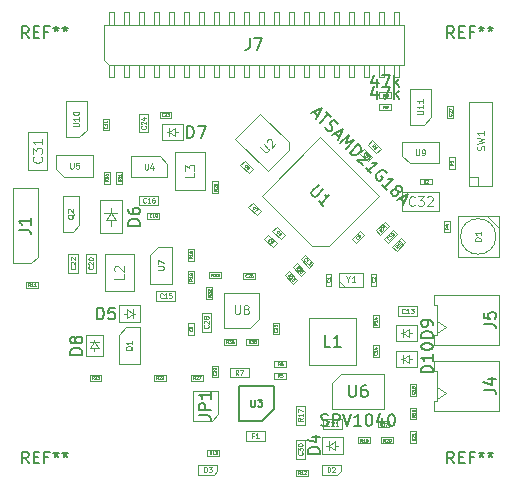
<source format=gbr>
G04 #@! TF.GenerationSoftware,KiCad,Pcbnew,(5.1.6)-1*
G04 #@! TF.CreationDate,2020-10-15T10:09:19+02:00*
G04 #@! TF.ProjectId,DynOSSAT-EDU-EPS,44796e4f-5353-4415-942d-4544552d4550,rev?*
G04 #@! TF.SameCoordinates,Original*
G04 #@! TF.FileFunction,Other,Fab,Top*
%FSLAX46Y46*%
G04 Gerber Fmt 4.6, Leading zero omitted, Abs format (unit mm)*
G04 Created by KiCad (PCBNEW (5.1.6)-1) date 2020-10-15 10:09:19*
%MOMM*%
%LPD*%
G01*
G04 APERTURE LIST*
%ADD10C,0.100000*%
%ADD11C,0.120000*%
%ADD12C,0.150000*%
%ADD13C,0.060000*%
%ADD14C,0.040000*%
%ADD15C,0.075000*%
%ADD16C,0.110000*%
G04 APERTURE END LIST*
D10*
X215179800Y-81215800D02*
X215929800Y-80465800D01*
X215179800Y-83465800D02*
X215179800Y-81215800D01*
X219579800Y-83465800D02*
X215179800Y-83465800D01*
X219579800Y-80465800D02*
X219579800Y-83465800D01*
X215929800Y-80465800D02*
X219579800Y-80465800D01*
X198430200Y-70282000D02*
X198430200Y-73482000D01*
X195930200Y-70282000D02*
X198430200Y-70282000D01*
X195930200Y-73482000D02*
X195930200Y-70282000D01*
X198430200Y-73482000D02*
X195930200Y-73482000D01*
X204424600Y-61722200D02*
X204424600Y-64922200D01*
X201924600Y-61722200D02*
X204424600Y-61722200D01*
X201924600Y-64922200D02*
X201924600Y-61722200D01*
X204424600Y-64922200D02*
X201924600Y-64922200D01*
X200776000Y-59294800D02*
X202576000Y-59294800D01*
X202576000Y-59294800D02*
X202576000Y-60694800D01*
X202576000Y-60694800D02*
X200776000Y-60694800D01*
X200776000Y-60694800D02*
X200776000Y-59294800D01*
X201376000Y-59644800D02*
X201376000Y-60344800D01*
X201376000Y-59994800D02*
X201176000Y-59994800D01*
X201376000Y-59994800D02*
X201876000Y-59644800D01*
X201876000Y-59644800D02*
X201876000Y-60344800D01*
X201876000Y-60344800D02*
X201376000Y-59994800D01*
X201876000Y-59994800D02*
X202126000Y-59994800D01*
X220789600Y-75558600D02*
X220789600Y-74758600D01*
X220789600Y-74758600D02*
X222389600Y-74758600D01*
X222389600Y-74758600D02*
X222389600Y-75558600D01*
X222389600Y-75558600D02*
X220789600Y-75558600D01*
X201891800Y-73463200D02*
X201891800Y-74263200D01*
X201891800Y-74263200D02*
X200291800Y-74263200D01*
X200291800Y-74263200D02*
X200291800Y-73463200D01*
X200291800Y-73463200D02*
X201891800Y-73463200D01*
X198869400Y-65386000D02*
X200469400Y-65386000D01*
X198869400Y-66186000D02*
X198869400Y-65386000D01*
X200469400Y-66186000D02*
X198869400Y-66186000D01*
X200469400Y-65386000D02*
X200469400Y-66186000D01*
X214338000Y-88995200D02*
X215638000Y-88995200D01*
X215638000Y-88995200D02*
X215938000Y-88695200D01*
X215938000Y-88695200D02*
X215938000Y-88195200D01*
X215938000Y-88195200D02*
X214338000Y-88195200D01*
X214338000Y-88195200D02*
X214338000Y-88995200D01*
X208114800Y-80765600D02*
X206514800Y-80765600D01*
X208114800Y-79965600D02*
X208114800Y-80765600D01*
X206514800Y-79965600D02*
X208114800Y-79965600D01*
X206514800Y-80765600D02*
X206514800Y-79965600D01*
X212921800Y-84772400D02*
X212121800Y-84772400D01*
X212121800Y-84772400D02*
X212121800Y-83172400D01*
X212121800Y-83172400D02*
X212921800Y-83172400D01*
X212921800Y-83172400D02*
X212921800Y-84772400D01*
X209493000Y-85325000D02*
X209493000Y-86125000D01*
X209493000Y-86125000D02*
X207893000Y-86125000D01*
X207893000Y-86125000D02*
X207893000Y-85325000D01*
X207893000Y-85325000D02*
X209493000Y-85325000D01*
X194367200Y-71920000D02*
X194367200Y-70320000D01*
X195167200Y-71920000D02*
X194367200Y-71920000D01*
X195167200Y-70320000D02*
X195167200Y-71920000D01*
X194367200Y-70320000D02*
X195167200Y-70320000D01*
X192868600Y-70320000D02*
X193668600Y-70320000D01*
X193668600Y-70320000D02*
X193668600Y-71920000D01*
X193668600Y-71920000D02*
X192868600Y-71920000D01*
X192868600Y-71920000D02*
X192868600Y-70320000D01*
X213214200Y-79724000D02*
X213214200Y-75724000D01*
X217214200Y-79724000D02*
X217214200Y-75724000D01*
X217214200Y-79724000D02*
X213214200Y-79724000D01*
X213214200Y-75724000D02*
X217214200Y-75724000D01*
X214420800Y-85109000D02*
X214420800Y-84309000D01*
X214420800Y-84309000D02*
X216020800Y-84309000D01*
X216020800Y-84309000D02*
X216020800Y-85109000D01*
X216020800Y-85109000D02*
X214420800Y-85109000D01*
X203873200Y-88995200D02*
X205173200Y-88995200D01*
X205173200Y-88995200D02*
X205473200Y-88695200D01*
X205473200Y-88695200D02*
X205473200Y-88195200D01*
X205473200Y-88195200D02*
X203873200Y-88195200D01*
X203873200Y-88195200D02*
X203873200Y-88995200D01*
X215414200Y-86537800D02*
X215664200Y-86537800D01*
X215414200Y-86887800D02*
X214914200Y-86537800D01*
X215414200Y-86187800D02*
X215414200Y-86887800D01*
X214914200Y-86537800D02*
X215414200Y-86187800D01*
X214914200Y-86537800D02*
X214714200Y-86537800D01*
X214914200Y-86187800D02*
X214914200Y-86887800D01*
X214314200Y-87237800D02*
X214314200Y-85837800D01*
X216114200Y-87237800D02*
X214314200Y-87237800D01*
X216114200Y-85837800D02*
X216114200Y-87237800D01*
X214314200Y-85837800D02*
X216114200Y-85837800D01*
X229290800Y-79342800D02*
X229290800Y-81467800D01*
X223790800Y-79342800D02*
X229290800Y-79342800D01*
X223790800Y-80192800D02*
X223790800Y-79342800D01*
X224090800Y-80192800D02*
X223790800Y-80192800D01*
X224090800Y-81467800D02*
X224090800Y-80192800D01*
X229290800Y-83592800D02*
X229290800Y-81467800D01*
X223790800Y-83592800D02*
X229290800Y-83592800D01*
X223790800Y-82742800D02*
X223790800Y-83592800D01*
X224090800Y-82742800D02*
X223790800Y-82742800D01*
X224090800Y-81467800D02*
X224090800Y-82742800D01*
X224797907Y-82092800D02*
X224090800Y-81592800D01*
X224090800Y-82592800D02*
X224797907Y-82092800D01*
X224090800Y-77030200D02*
X224797907Y-76530200D01*
X224797907Y-76530200D02*
X224090800Y-76030200D01*
X224090800Y-75905200D02*
X224090800Y-77180200D01*
X224090800Y-77180200D02*
X223790800Y-77180200D01*
X223790800Y-77180200D02*
X223790800Y-78030200D01*
X223790800Y-78030200D02*
X229290800Y-78030200D01*
X229290800Y-78030200D02*
X229290800Y-75905200D01*
X224090800Y-75905200D02*
X224090800Y-74630200D01*
X224090800Y-74630200D02*
X223790800Y-74630200D01*
X223790800Y-74630200D02*
X223790800Y-73780200D01*
X223790800Y-73780200D02*
X229290800Y-73780200D01*
X229290800Y-73780200D02*
X229290800Y-75905200D01*
X221259400Y-50892600D02*
X221259400Y-54302600D01*
X195859400Y-53867600D02*
X195859400Y-50892600D01*
X221259400Y-54302600D02*
X196294400Y-54302600D01*
X196294400Y-54302600D02*
X195859400Y-53867600D01*
X195859400Y-50892600D02*
X221259400Y-50892600D01*
X196294400Y-54302600D02*
X196294400Y-55347600D01*
X196294400Y-55347600D02*
X196694400Y-55347600D01*
X196694400Y-55347600D02*
X196694400Y-54302600D01*
X196294400Y-50892600D02*
X196294400Y-49847600D01*
X196294400Y-49847600D02*
X196694400Y-49847600D01*
X196694400Y-49847600D02*
X196694400Y-50892600D01*
X197564400Y-54302600D02*
X197564400Y-55347600D01*
X197564400Y-55347600D02*
X197964400Y-55347600D01*
X197964400Y-55347600D02*
X197964400Y-54302600D01*
X197564400Y-50892600D02*
X197564400Y-49847600D01*
X197564400Y-49847600D02*
X197964400Y-49847600D01*
X197964400Y-49847600D02*
X197964400Y-50892600D01*
X198834400Y-54302600D02*
X198834400Y-55347600D01*
X198834400Y-55347600D02*
X199234400Y-55347600D01*
X199234400Y-55347600D02*
X199234400Y-54302600D01*
X198834400Y-50892600D02*
X198834400Y-49847600D01*
X198834400Y-49847600D02*
X199234400Y-49847600D01*
X199234400Y-49847600D02*
X199234400Y-50892600D01*
X200104400Y-54302600D02*
X200104400Y-55347600D01*
X200104400Y-55347600D02*
X200504400Y-55347600D01*
X200504400Y-55347600D02*
X200504400Y-54302600D01*
X200104400Y-50892600D02*
X200104400Y-49847600D01*
X200104400Y-49847600D02*
X200504400Y-49847600D01*
X200504400Y-49847600D02*
X200504400Y-50892600D01*
X201374400Y-54302600D02*
X201374400Y-55347600D01*
X201374400Y-55347600D02*
X201774400Y-55347600D01*
X201774400Y-55347600D02*
X201774400Y-54302600D01*
X201374400Y-50892600D02*
X201374400Y-49847600D01*
X201374400Y-49847600D02*
X201774400Y-49847600D01*
X201774400Y-49847600D02*
X201774400Y-50892600D01*
X202644400Y-54302600D02*
X202644400Y-55347600D01*
X202644400Y-55347600D02*
X203044400Y-55347600D01*
X203044400Y-55347600D02*
X203044400Y-54302600D01*
X202644400Y-50892600D02*
X202644400Y-49847600D01*
X202644400Y-49847600D02*
X203044400Y-49847600D01*
X203044400Y-49847600D02*
X203044400Y-50892600D01*
X203914400Y-54302600D02*
X203914400Y-55347600D01*
X203914400Y-55347600D02*
X204314400Y-55347600D01*
X204314400Y-55347600D02*
X204314400Y-54302600D01*
X203914400Y-50892600D02*
X203914400Y-49847600D01*
X203914400Y-49847600D02*
X204314400Y-49847600D01*
X204314400Y-49847600D02*
X204314400Y-50892600D01*
X205184400Y-54302600D02*
X205184400Y-55347600D01*
X205184400Y-55347600D02*
X205584400Y-55347600D01*
X205584400Y-55347600D02*
X205584400Y-54302600D01*
X205184400Y-50892600D02*
X205184400Y-49847600D01*
X205184400Y-49847600D02*
X205584400Y-49847600D01*
X205584400Y-49847600D02*
X205584400Y-50892600D01*
X206454400Y-54302600D02*
X206454400Y-55347600D01*
X206454400Y-55347600D02*
X206854400Y-55347600D01*
X206854400Y-55347600D02*
X206854400Y-54302600D01*
X206454400Y-50892600D02*
X206454400Y-49847600D01*
X206454400Y-49847600D02*
X206854400Y-49847600D01*
X206854400Y-49847600D02*
X206854400Y-50892600D01*
X207724400Y-54302600D02*
X207724400Y-55347600D01*
X207724400Y-55347600D02*
X208124400Y-55347600D01*
X208124400Y-55347600D02*
X208124400Y-54302600D01*
X207724400Y-50892600D02*
X207724400Y-49847600D01*
X207724400Y-49847600D02*
X208124400Y-49847600D01*
X208124400Y-49847600D02*
X208124400Y-50892600D01*
X208994400Y-54302600D02*
X208994400Y-55347600D01*
X208994400Y-55347600D02*
X209394400Y-55347600D01*
X209394400Y-55347600D02*
X209394400Y-54302600D01*
X208994400Y-50892600D02*
X208994400Y-49847600D01*
X208994400Y-49847600D02*
X209394400Y-49847600D01*
X209394400Y-49847600D02*
X209394400Y-50892600D01*
X210264400Y-54302600D02*
X210264400Y-55347600D01*
X210264400Y-55347600D02*
X210664400Y-55347600D01*
X210664400Y-55347600D02*
X210664400Y-54302600D01*
X210264400Y-50892600D02*
X210264400Y-49847600D01*
X210264400Y-49847600D02*
X210664400Y-49847600D01*
X210664400Y-49847600D02*
X210664400Y-50892600D01*
X211534400Y-54302600D02*
X211534400Y-55347600D01*
X211534400Y-55347600D02*
X211934400Y-55347600D01*
X211934400Y-55347600D02*
X211934400Y-54302600D01*
X211534400Y-50892600D02*
X211534400Y-49847600D01*
X211534400Y-49847600D02*
X211934400Y-49847600D01*
X211934400Y-49847600D02*
X211934400Y-50892600D01*
X212804400Y-54302600D02*
X212804400Y-55347600D01*
X212804400Y-55347600D02*
X213204400Y-55347600D01*
X213204400Y-55347600D02*
X213204400Y-54302600D01*
X212804400Y-50892600D02*
X212804400Y-49847600D01*
X212804400Y-49847600D02*
X213204400Y-49847600D01*
X213204400Y-49847600D02*
X213204400Y-50892600D01*
X214074400Y-54302600D02*
X214074400Y-55347600D01*
X214074400Y-55347600D02*
X214474400Y-55347600D01*
X214474400Y-55347600D02*
X214474400Y-54302600D01*
X214074400Y-50892600D02*
X214074400Y-49847600D01*
X214074400Y-49847600D02*
X214474400Y-49847600D01*
X214474400Y-49847600D02*
X214474400Y-50892600D01*
X215344400Y-54302600D02*
X215344400Y-55347600D01*
X215344400Y-55347600D02*
X215744400Y-55347600D01*
X215744400Y-55347600D02*
X215744400Y-54302600D01*
X215344400Y-50892600D02*
X215344400Y-49847600D01*
X215344400Y-49847600D02*
X215744400Y-49847600D01*
X215744400Y-49847600D02*
X215744400Y-50892600D01*
X216614400Y-54302600D02*
X216614400Y-55347600D01*
X216614400Y-55347600D02*
X217014400Y-55347600D01*
X217014400Y-55347600D02*
X217014400Y-54302600D01*
X216614400Y-50892600D02*
X216614400Y-49847600D01*
X216614400Y-49847600D02*
X217014400Y-49847600D01*
X217014400Y-49847600D02*
X217014400Y-50892600D01*
X217884400Y-54302600D02*
X217884400Y-55347600D01*
X217884400Y-55347600D02*
X218284400Y-55347600D01*
X218284400Y-55347600D02*
X218284400Y-54302600D01*
X217884400Y-50892600D02*
X217884400Y-49847600D01*
X217884400Y-49847600D02*
X218284400Y-49847600D01*
X218284400Y-49847600D02*
X218284400Y-50892600D01*
X219154400Y-54302600D02*
X219154400Y-55347600D01*
X219154400Y-55347600D02*
X219554400Y-55347600D01*
X219554400Y-55347600D02*
X219554400Y-54302600D01*
X219154400Y-50892600D02*
X219154400Y-49847600D01*
X219154400Y-49847600D02*
X219554400Y-49847600D01*
X219554400Y-49847600D02*
X219554400Y-50892600D01*
X220424400Y-54302600D02*
X220424400Y-55347600D01*
X220424400Y-55347600D02*
X220824400Y-55347600D01*
X220824400Y-55347600D02*
X220824400Y-54302600D01*
X220424400Y-50892600D02*
X220424400Y-49847600D01*
X220424400Y-49847600D02*
X220824400Y-49847600D01*
X220824400Y-49847600D02*
X220824400Y-50892600D01*
X201099800Y-81047400D02*
X200099800Y-81047400D01*
X201099800Y-80547400D02*
X201099800Y-81047400D01*
X200099800Y-80547400D02*
X201099800Y-80547400D01*
X200099800Y-81047400D02*
X200099800Y-80547400D01*
X195664200Y-80547400D02*
X195664200Y-81047400D01*
X195664200Y-81047400D02*
X194664200Y-81047400D01*
X194664200Y-81047400D02*
X194664200Y-80547400D01*
X194664200Y-80547400D02*
X195664200Y-80547400D01*
X205520000Y-83904600D02*
X204995000Y-84429600D01*
X205520000Y-81889600D02*
X205520000Y-83904600D01*
X203420000Y-81889600D02*
X205520000Y-81889600D01*
X203420000Y-84429600D02*
X203420000Y-81889600D01*
X204995000Y-84429600D02*
X203420000Y-84429600D01*
X199637600Y-60032800D02*
X198837600Y-60032800D01*
X198837600Y-60032800D02*
X198837600Y-58432800D01*
X198837600Y-58432800D02*
X199637600Y-58432800D01*
X199637600Y-58432800D02*
X199637600Y-60032800D01*
X193765400Y-67879000D02*
X193765400Y-65429000D01*
X193215400Y-68449000D02*
X192365400Y-68449000D01*
X193765400Y-67879000D02*
X193215400Y-68449000D01*
X192365400Y-68449000D02*
X192365400Y-65409000D01*
X193765400Y-65409000D02*
X192365400Y-65409000D01*
X189729600Y-71120000D02*
X188154600Y-71120000D01*
X188154600Y-71120000D02*
X188154600Y-64770000D01*
X188154600Y-64770000D02*
X190254600Y-64770000D01*
X190254600Y-64770000D02*
X190254600Y-70595000D01*
X190254600Y-70595000D02*
X189729600Y-71120000D01*
X197818400Y-75361800D02*
X197568400Y-75361800D01*
X197818400Y-75011800D02*
X198318400Y-75361800D01*
X197818400Y-75711800D02*
X197818400Y-75011800D01*
X198318400Y-75361800D02*
X197818400Y-75711800D01*
X198318400Y-75361800D02*
X198518400Y-75361800D01*
X198318400Y-75711800D02*
X198318400Y-75011800D01*
X198918400Y-74661800D02*
X198918400Y-76061800D01*
X197118400Y-74661800D02*
X198918400Y-74661800D01*
X197118400Y-76061800D02*
X197118400Y-74661800D01*
X198918400Y-76061800D02*
X197118400Y-76061800D01*
X195072000Y-78279600D02*
X195072000Y-78529600D01*
X194722000Y-78279600D02*
X195072000Y-77779600D01*
X195422000Y-78279600D02*
X194722000Y-78279600D01*
X195072000Y-77779600D02*
X195422000Y-78279600D01*
X195072000Y-77779600D02*
X195072000Y-77579600D01*
X195422000Y-77779600D02*
X194722000Y-77779600D01*
X194372000Y-77179600D02*
X195772000Y-77179600D01*
X194372000Y-78979600D02*
X194372000Y-77179600D01*
X195772000Y-78979600D02*
X194372000Y-78979600D01*
X195772000Y-77179600D02*
X195772000Y-78979600D01*
X214634000Y-72991600D02*
X214634000Y-71991600D01*
X215134000Y-72991600D02*
X214634000Y-72991600D01*
X215134000Y-71991600D02*
X215134000Y-72991600D01*
X214634000Y-71991600D02*
X215134000Y-71991600D01*
X218444000Y-72991600D02*
X218444000Y-71991600D01*
X218944000Y-72991600D02*
X218444000Y-72991600D01*
X218944000Y-71991600D02*
X218944000Y-72991600D01*
X218444000Y-71991600D02*
X218944000Y-71991600D01*
X210490823Y-67998870D02*
X211197930Y-68705977D01*
X210137270Y-68352423D02*
X210490823Y-67998870D01*
X210844377Y-69059530D02*
X210137270Y-68352423D01*
X211197930Y-68705977D02*
X210844377Y-69059530D01*
X218563930Y-62127377D02*
X218210377Y-62480930D01*
X218210377Y-62480930D02*
X217503270Y-61773823D01*
X217503270Y-61773823D02*
X217856823Y-61420270D01*
X217856823Y-61420270D02*
X218563930Y-62127377D01*
X216868270Y-69061577D02*
X217575377Y-68354470D01*
X217221823Y-69415130D02*
X216868270Y-69061577D01*
X217928930Y-68708023D02*
X217221823Y-69415130D01*
X217575377Y-68354470D02*
X217928930Y-68708023D01*
X208105270Y-66320423D02*
X208458823Y-65966870D01*
X208458823Y-65966870D02*
X209165930Y-66673977D01*
X209165930Y-66673977D02*
X208812377Y-67027530D01*
X208812377Y-67027530D02*
X208105270Y-66320423D01*
X208492830Y-63117977D02*
X208139277Y-63471530D01*
X208139277Y-63471530D02*
X207432170Y-62764423D01*
X207432170Y-62764423D02*
X207785723Y-62410870D01*
X207785723Y-62410870D02*
X208492830Y-63117977D01*
X220672130Y-68657223D02*
X219965023Y-69364330D01*
X220318577Y-68303670D02*
X220672130Y-68657223D01*
X219611470Y-69010777D02*
X220318577Y-68303670D01*
X219965023Y-69364330D02*
X219611470Y-69010777D01*
X196287200Y-59859800D02*
X195787200Y-59859800D01*
X195787200Y-59859800D02*
X195787200Y-58859800D01*
X195787200Y-58859800D02*
X196287200Y-58859800D01*
X196287200Y-58859800D02*
X196287200Y-59859800D01*
X212550270Y-70765423D02*
X212903823Y-70411870D01*
X212903823Y-70411870D02*
X213610930Y-71118977D01*
X213610930Y-71118977D02*
X213257377Y-71472530D01*
X213257377Y-71472530D02*
X212550270Y-70765423D01*
X221822200Y-81338800D02*
X222322200Y-81338800D01*
X222322200Y-81338800D02*
X222322200Y-82338800D01*
X222322200Y-82338800D02*
X221822200Y-82338800D01*
X221822200Y-82338800D02*
X221822200Y-81338800D01*
X218946977Y-61769730D02*
X218239870Y-61062623D01*
X219300530Y-61416177D02*
X218946977Y-61769730D01*
X218593423Y-60709070D02*
X219300530Y-61416177D01*
X218239870Y-61062623D02*
X218593423Y-60709070D01*
X223613600Y-63935800D02*
X223613600Y-64435800D01*
X223613600Y-64435800D02*
X222613600Y-64435800D01*
X222613600Y-64435800D02*
X222613600Y-63935800D01*
X222613600Y-63935800D02*
X223613600Y-63935800D01*
X225073400Y-63111000D02*
X225073400Y-62111000D01*
X225573400Y-63111000D02*
X225073400Y-63111000D01*
X225573400Y-62111000D02*
X225573400Y-63111000D01*
X225073400Y-62111000D02*
X225573400Y-62111000D01*
X224667000Y-68495800D02*
X224667000Y-67495800D01*
X225167000Y-68495800D02*
X224667000Y-68495800D01*
X225167000Y-67495800D02*
X225167000Y-68495800D01*
X224667000Y-67495800D02*
X225167000Y-67495800D01*
X211294600Y-80869600D02*
X210294600Y-80869600D01*
X211294600Y-80369600D02*
X211294600Y-80869600D01*
X210294600Y-80369600D02*
X211294600Y-80369600D01*
X210294600Y-80869600D02*
X210294600Y-80369600D01*
X210294600Y-79879000D02*
X210294600Y-79379000D01*
X210294600Y-79379000D02*
X211294600Y-79379000D01*
X211294600Y-79379000D02*
X211294600Y-79879000D01*
X211294600Y-79879000D02*
X210294600Y-79879000D01*
X220297270Y-69696577D02*
X221004377Y-68989470D01*
X220650823Y-70050130D02*
X220297270Y-69696577D01*
X221357930Y-69343023D02*
X220650823Y-70050130D01*
X221004377Y-68989470D02*
X221357930Y-69343023D01*
X189288800Y-73198800D02*
X189288800Y-72698800D01*
X189288800Y-72698800D02*
X190288800Y-72698800D01*
X190288800Y-72698800D02*
X190288800Y-73198800D01*
X190288800Y-73198800D02*
X189288800Y-73198800D01*
X212148800Y-88599200D02*
X213148800Y-88599200D01*
X212148800Y-89099200D02*
X212148800Y-88599200D01*
X213148800Y-89099200D02*
X212148800Y-89099200D01*
X213148800Y-88599200D02*
X213148800Y-89099200D01*
X204630400Y-87422800D02*
X204630400Y-86922800D01*
X204630400Y-86922800D02*
X205630400Y-86922800D01*
X205630400Y-86922800D02*
X205630400Y-87422800D01*
X205630400Y-87422800D02*
X204630400Y-87422800D01*
X219121800Y-76522200D02*
X218621800Y-76522200D01*
X218621800Y-76522200D02*
X218621800Y-75522200D01*
X218621800Y-75522200D02*
X219121800Y-75522200D01*
X219121800Y-75522200D02*
X219121800Y-76522200D01*
X222322200Y-84320000D02*
X221822200Y-84320000D01*
X221822200Y-84320000D02*
X221822200Y-83320000D01*
X221822200Y-83320000D02*
X222322200Y-83320000D01*
X222322200Y-83320000D02*
X222322200Y-84320000D01*
X217381200Y-85856000D02*
X218381200Y-85856000D01*
X217381200Y-86356000D02*
X217381200Y-85856000D01*
X218381200Y-86356000D02*
X217381200Y-86356000D01*
X218381200Y-85856000D02*
X218381200Y-86356000D01*
X203500800Y-69883400D02*
X203500800Y-70883400D01*
X203000800Y-69883400D02*
X203500800Y-69883400D01*
X203000800Y-70883400D02*
X203000800Y-69883400D01*
X203500800Y-70883400D02*
X203000800Y-70883400D01*
X203500800Y-72763000D02*
X203000800Y-72763000D01*
X203000800Y-72763000D02*
X203000800Y-71763000D01*
X203000800Y-71763000D02*
X203500800Y-71763000D01*
X203500800Y-71763000D02*
X203500800Y-72763000D01*
X220334600Y-85856000D02*
X220334600Y-86356000D01*
X220334600Y-86356000D02*
X219334600Y-86356000D01*
X219334600Y-86356000D02*
X219334600Y-85856000D01*
X219334600Y-85856000D02*
X220334600Y-85856000D01*
X222322200Y-85301200D02*
X222322200Y-86301200D01*
X221822200Y-85301200D02*
X222322200Y-85301200D01*
X221822200Y-86301200D02*
X221822200Y-85301200D01*
X222322200Y-86301200D02*
X221822200Y-86301200D01*
X219279223Y-68678530D02*
X218925670Y-68324977D01*
X218925670Y-68324977D02*
X219632777Y-67617870D01*
X219632777Y-67617870D02*
X219986330Y-67971423D01*
X219986330Y-67971423D02*
X219279223Y-68678530D01*
X212239330Y-72490577D02*
X211885777Y-72844130D01*
X211885777Y-72844130D02*
X211178670Y-72137023D01*
X211178670Y-72137023D02*
X211532223Y-71783470D01*
X211532223Y-71783470D02*
X212239330Y-72490577D01*
X212571577Y-72158330D02*
X211864470Y-71451223D01*
X212925130Y-71804777D02*
X212571577Y-72158330D01*
X212218023Y-71097670D02*
X212925130Y-71804777D01*
X211864470Y-71451223D02*
X212218023Y-71097670D01*
X204233400Y-81047400D02*
X203233400Y-81047400D01*
X204233400Y-80547400D02*
X204233400Y-81047400D01*
X203233400Y-80547400D02*
X204233400Y-80547400D01*
X203233400Y-81047400D02*
X203233400Y-80547400D01*
X205558200Y-64168400D02*
X205558200Y-65168400D01*
X205058200Y-64168400D02*
X205558200Y-64168400D01*
X205058200Y-65168400D02*
X205058200Y-64168400D01*
X205558200Y-65168400D02*
X205058200Y-65168400D01*
X195888800Y-64355600D02*
X195888800Y-63355600D01*
X196388800Y-64355600D02*
X195888800Y-64355600D01*
X196388800Y-63355600D02*
X196388800Y-64355600D01*
X195888800Y-63355600D02*
X196388800Y-63355600D01*
X197430200Y-64355600D02*
X196930200Y-64355600D01*
X196930200Y-64355600D02*
X196930200Y-63355600D01*
X196930200Y-63355600D02*
X197430200Y-63355600D01*
X197430200Y-63355600D02*
X197430200Y-64355600D01*
X205050200Y-73134600D02*
X205050200Y-74134600D01*
X204550200Y-73134600D02*
X205050200Y-73134600D01*
X204550200Y-74134600D02*
X204550200Y-73134600D01*
X205050200Y-74134600D02*
X204550200Y-74134600D01*
X205757400Y-71860600D02*
X205757400Y-72360600D01*
X205757400Y-72360600D02*
X204757400Y-72360600D01*
X204757400Y-72360600D02*
X204757400Y-71860600D01*
X204757400Y-71860600D02*
X205757400Y-71860600D01*
X207934800Y-77999400D02*
X207934800Y-77499400D01*
X207934800Y-77499400D02*
X208934800Y-77499400D01*
X208934800Y-77499400D02*
X208934800Y-77999400D01*
X208934800Y-77999400D02*
X207934800Y-77999400D01*
X206027400Y-77499400D02*
X207027400Y-77499400D01*
X206027400Y-77999400D02*
X206027400Y-77499400D01*
X207027400Y-77999400D02*
X206027400Y-77999400D01*
X207027400Y-77499400D02*
X207027400Y-77999400D01*
X210512130Y-69391777D02*
X210158577Y-69745330D01*
X210158577Y-69745330D02*
X209451470Y-69038223D01*
X209451470Y-69038223D02*
X209805023Y-68684670D01*
X209805023Y-68684670D02*
X210512130Y-69391777D01*
X203000800Y-76180200D02*
X203500800Y-76180200D01*
X203500800Y-76180200D02*
X203500800Y-77180200D01*
X203500800Y-77180200D02*
X203000800Y-77180200D01*
X203000800Y-77180200D02*
X203000800Y-76180200D01*
X212121800Y-86068000D02*
X212921800Y-86068000D01*
X212921800Y-86068000D02*
X212921800Y-87668000D01*
X212921800Y-87668000D02*
X212121800Y-87668000D01*
X212121800Y-87668000D02*
X212121800Y-86068000D01*
X218621800Y-78062200D02*
X219121800Y-78062200D01*
X219121800Y-78062200D02*
X219121800Y-79062200D01*
X219121800Y-79062200D02*
X218621800Y-79062200D01*
X218621800Y-79062200D02*
X218621800Y-78062200D01*
X219038800Y-84484400D02*
X220038800Y-84484400D01*
X219038800Y-84984400D02*
X219038800Y-84484400D01*
X220038800Y-84984400D02*
X219038800Y-84984400D01*
X220038800Y-84484400D02*
X220038800Y-84984400D01*
X200550400Y-66831400D02*
X200550400Y-67331400D01*
X200550400Y-67331400D02*
X199550400Y-67331400D01*
X199550400Y-67331400D02*
X199550400Y-66831400D01*
X199550400Y-66831400D02*
X200550400Y-66831400D01*
X201591800Y-58771600D02*
X200591800Y-58771600D01*
X201591800Y-58271600D02*
X201591800Y-58771600D01*
X200591800Y-58271600D02*
X201591800Y-58271600D01*
X200591800Y-58771600D02*
X200591800Y-58271600D01*
X210163600Y-76131800D02*
X210663600Y-76131800D01*
X210663600Y-76131800D02*
X210663600Y-77131800D01*
X210663600Y-77131800D02*
X210163600Y-77131800D01*
X210163600Y-77131800D02*
X210163600Y-76131800D01*
X207653000Y-71911400D02*
X208653000Y-71911400D01*
X207653000Y-72411400D02*
X207653000Y-71911400D01*
X208653000Y-72411400D02*
X207653000Y-72411400D01*
X208653000Y-71911400D02*
X208653000Y-72411400D01*
X204146200Y-75298400D02*
X204946200Y-75298400D01*
X204946200Y-75298400D02*
X204946200Y-76898400D01*
X204946200Y-76898400D02*
X204146200Y-76898400D01*
X204146200Y-76898400D02*
X204146200Y-75298400D01*
X205494700Y-80776700D02*
X204994700Y-80776700D01*
X204994700Y-80776700D02*
X204994700Y-79776700D01*
X204994700Y-79776700D02*
X205494700Y-79776700D01*
X205494700Y-79776700D02*
X205494700Y-80776700D01*
X225446400Y-58818400D02*
X224946400Y-58818400D01*
X224946400Y-58818400D02*
X224946400Y-57818400D01*
X224946400Y-57818400D02*
X225446400Y-57818400D01*
X225446400Y-57818400D02*
X225446400Y-58818400D01*
X196469000Y-67433000D02*
X196469000Y-67933000D01*
X196069000Y-67433000D02*
X196469000Y-66833000D01*
X196869000Y-67433000D02*
X196069000Y-67433000D01*
X196469000Y-66833000D02*
X196869000Y-67433000D01*
X196469000Y-66833000D02*
X195919000Y-66833000D01*
X196469000Y-66833000D02*
X197019000Y-66833000D01*
X196469000Y-66433000D02*
X196469000Y-66833000D01*
X195569000Y-65783000D02*
X197369000Y-65783000D01*
X195569000Y-68583000D02*
X195569000Y-65783000D01*
X197369000Y-68583000D02*
X195569000Y-68583000D01*
X197369000Y-65783000D02*
X197369000Y-68583000D01*
X221713400Y-77012800D02*
X221963400Y-77012800D01*
X221713400Y-77362800D02*
X221213400Y-77012800D01*
X221713400Y-76662800D02*
X221713400Y-77362800D01*
X221213400Y-77012800D02*
X221713400Y-76662800D01*
X221213400Y-77012800D02*
X221013400Y-77012800D01*
X221213400Y-76662800D02*
X221213400Y-77362800D01*
X220613400Y-77712800D02*
X220613400Y-76312800D01*
X222413400Y-77712800D02*
X220613400Y-77712800D01*
X222413400Y-76312800D02*
X222413400Y-77712800D01*
X220613400Y-76312800D02*
X222413400Y-76312800D01*
X220613400Y-78522600D02*
X222413400Y-78522600D01*
X222413400Y-78522600D02*
X222413400Y-79922600D01*
X222413400Y-79922600D02*
X220613400Y-79922600D01*
X220613400Y-79922600D02*
X220613400Y-78522600D01*
X221213400Y-78872600D02*
X221213400Y-79572600D01*
X221213400Y-79222600D02*
X221013400Y-79222600D01*
X221213400Y-79222600D02*
X221713400Y-78872600D01*
X221713400Y-78872600D02*
X221713400Y-79572600D01*
X221713400Y-79572600D02*
X221213400Y-79222600D01*
X221713400Y-79222600D02*
X221963400Y-79222600D01*
D11*
X226796600Y-64541400D02*
X228701600Y-64541400D01*
X228701600Y-64541400D02*
X228701600Y-57556400D01*
X228701600Y-57556400D02*
X228701600Y-57429400D01*
X228701600Y-57429400D02*
X226796600Y-57429400D01*
X226796600Y-57429400D02*
X226796600Y-64541400D01*
X227558600Y-64541400D02*
X227558600Y-63779400D01*
X227558600Y-63779400D02*
X226796600Y-63779400D01*
D10*
X215789000Y-71891600D02*
X215789000Y-73091600D01*
X215789000Y-73091600D02*
X217789000Y-73091600D01*
X217789000Y-73091600D02*
X217789000Y-71891600D01*
X217789000Y-71891600D02*
X215789000Y-71891600D01*
X215789000Y-72591600D02*
X216289001Y-73091600D01*
X191071400Y-63195000D02*
X189471400Y-63195000D01*
X189471400Y-63195000D02*
X189471400Y-59995000D01*
X189471400Y-59995000D02*
X191071400Y-59995000D01*
X191071400Y-59995000D02*
X191071400Y-63195000D01*
X224281800Y-66687600D02*
X221081800Y-66687600D01*
X224281800Y-65087600D02*
X224281800Y-66687600D01*
X221081800Y-65087600D02*
X224281800Y-65087600D01*
X221081800Y-66687600D02*
X221081800Y-65087600D01*
X197118400Y-77179600D02*
X197768400Y-76529600D01*
X198918400Y-76529600D02*
X197768400Y-76529600D01*
X197118400Y-77179600D02*
X197118400Y-79629600D01*
X198918400Y-79629600D02*
X197118400Y-79629600D01*
X198918400Y-76529600D02*
X198918400Y-79629600D01*
X211520967Y-61529453D02*
X211520967Y-60822347D01*
X209125572Y-58426952D02*
X211520967Y-60822347D01*
X207004252Y-60548272D02*
X209125572Y-58426952D01*
X209753200Y-63297220D02*
X207004252Y-60548272D01*
X211520967Y-61529453D02*
X209753200Y-63297220D01*
D12*
X210288000Y-83481800D02*
X209288000Y-84481800D01*
X210288000Y-81481800D02*
X210288000Y-83481800D01*
X207288000Y-81481800D02*
X210288000Y-81481800D01*
X207288000Y-84481800D02*
X207288000Y-81481800D01*
X209288000Y-84481800D02*
X207288000Y-84481800D01*
D10*
X200594800Y-62041200D02*
X201244800Y-62691200D01*
X201244800Y-63841200D02*
X201244800Y-62691200D01*
X200594800Y-62041200D02*
X198144800Y-62041200D01*
X198144800Y-63841200D02*
X198144800Y-62041200D01*
X201244800Y-63841200D02*
X198144800Y-63841200D01*
X192495600Y-63765000D02*
X191845600Y-63115000D01*
X191845600Y-61965000D02*
X191845600Y-63115000D01*
X192495600Y-63765000D02*
X194945600Y-63765000D01*
X194945600Y-61965000D02*
X194945600Y-63765000D01*
X191845600Y-61965000D02*
X194945600Y-61965000D01*
X201610800Y-69722400D02*
X201610800Y-72822400D01*
X201610800Y-72822400D02*
X199810800Y-72822400D01*
X199810800Y-70372400D02*
X199810800Y-72822400D01*
X201610800Y-69722400D02*
X200460800Y-69722400D01*
X199810800Y-70372400D02*
X200460800Y-69722400D01*
X209018000Y-75832400D02*
X208268000Y-76582400D01*
X209018000Y-73582400D02*
X209018000Y-75832400D01*
X206018000Y-73582400D02*
X209018000Y-73582400D01*
X206018000Y-76582400D02*
X206018000Y-73582400D01*
X208268000Y-76582400D02*
X206018000Y-76582400D01*
X221106400Y-60847400D02*
X224206400Y-60847400D01*
X224206400Y-60847400D02*
X224206400Y-62647400D01*
X221756400Y-62647400D02*
X224206400Y-62647400D01*
X221106400Y-60847400D02*
X221106400Y-61997400D01*
X221756400Y-62647400D02*
X221106400Y-61997400D01*
X192622600Y-60452600D02*
X192622600Y-57352600D01*
X192622600Y-57352600D02*
X194422600Y-57352600D01*
X194422600Y-59802600D02*
X194422600Y-57352600D01*
X192622600Y-60452600D02*
X193772600Y-60452600D01*
X194422600Y-59802600D02*
X193772600Y-60452600D01*
X221781800Y-59411200D02*
X221781800Y-56311200D01*
X221781800Y-56311200D02*
X223581800Y-56311200D01*
X223581800Y-58761200D02*
X223581800Y-56311200D01*
X221781800Y-59411200D02*
X222931800Y-59411200D01*
X223581800Y-58761200D02*
X222931800Y-59411200D01*
X220184600Y-56646000D02*
X220184600Y-57146000D01*
X220184600Y-57146000D02*
X219184600Y-57146000D01*
X219184600Y-57146000D02*
X219184600Y-56646000D01*
X219184600Y-56646000D02*
X220184600Y-56646000D01*
X219184600Y-57636600D02*
X220184600Y-57636600D01*
X219184600Y-58136600D02*
X219184600Y-57636600D01*
X220184600Y-58136600D02*
X219184600Y-58136600D01*
X220184600Y-57636600D02*
X220184600Y-58136600D01*
X229058600Y-68834000D02*
G75*
G03*
X229058600Y-68834000I-1500000J0D01*
G01*
X225808600Y-67084000D02*
X225808600Y-70584000D01*
X229308600Y-67084000D02*
X225808600Y-67084000D01*
X229308600Y-70584000D02*
X229308600Y-67084000D01*
X225808600Y-70584000D02*
X229308600Y-70584000D01*
X228308600Y-67084000D02*
X229308600Y-68084000D01*
X214905307Y-69622241D02*
X213491093Y-69622241D01*
X219147947Y-65379600D02*
X214905307Y-69622241D01*
X214198200Y-60429853D02*
X219147947Y-65379600D01*
X209248453Y-65379600D02*
X214198200Y-60429853D01*
X213491093Y-69622241D02*
X209248453Y-65379600D01*
D12*
X214260752Y-84820561D02*
X214403609Y-84868180D01*
X214641704Y-84868180D01*
X214736942Y-84820561D01*
X214784561Y-84772942D01*
X214832180Y-84677704D01*
X214832180Y-84582466D01*
X214784561Y-84487228D01*
X214736942Y-84439609D01*
X214641704Y-84391990D01*
X214451228Y-84344371D01*
X214355990Y-84296752D01*
X214308371Y-84249133D01*
X214260752Y-84153895D01*
X214260752Y-84058657D01*
X214308371Y-83963419D01*
X214355990Y-83915800D01*
X214451228Y-83868180D01*
X214689323Y-83868180D01*
X214832180Y-83915800D01*
X215260752Y-84868180D02*
X215260752Y-83868180D01*
X215641704Y-83868180D01*
X215736942Y-83915800D01*
X215784561Y-83963419D01*
X215832180Y-84058657D01*
X215832180Y-84201514D01*
X215784561Y-84296752D01*
X215736942Y-84344371D01*
X215641704Y-84391990D01*
X215260752Y-84391990D01*
X216117895Y-83868180D02*
X216451228Y-84868180D01*
X216784561Y-83868180D01*
X217641704Y-84868180D02*
X217070276Y-84868180D01*
X217355990Y-84868180D02*
X217355990Y-83868180D01*
X217260752Y-84011038D01*
X217165514Y-84106276D01*
X217070276Y-84153895D01*
X218260752Y-83868180D02*
X218355990Y-83868180D01*
X218451228Y-83915800D01*
X218498847Y-83963419D01*
X218546466Y-84058657D01*
X218594085Y-84249133D01*
X218594085Y-84487228D01*
X218546466Y-84677704D01*
X218498847Y-84772942D01*
X218451228Y-84820561D01*
X218355990Y-84868180D01*
X218260752Y-84868180D01*
X218165514Y-84820561D01*
X218117895Y-84772942D01*
X218070276Y-84677704D01*
X218022657Y-84487228D01*
X218022657Y-84249133D01*
X218070276Y-84058657D01*
X218117895Y-83963419D01*
X218165514Y-83915800D01*
X218260752Y-83868180D01*
X219451228Y-84201514D02*
X219451228Y-84868180D01*
X219213133Y-83820561D02*
X218975038Y-84534847D01*
X219594085Y-84534847D01*
X220165514Y-83868180D02*
X220260752Y-83868180D01*
X220355990Y-83915800D01*
X220403609Y-83963419D01*
X220451228Y-84058657D01*
X220498847Y-84249133D01*
X220498847Y-84487228D01*
X220451228Y-84677704D01*
X220403609Y-84772942D01*
X220355990Y-84820561D01*
X220260752Y-84868180D01*
X220165514Y-84868180D01*
X220070276Y-84820561D01*
X220022657Y-84772942D01*
X219975038Y-84677704D01*
X219927419Y-84487228D01*
X219927419Y-84249133D01*
X219975038Y-84058657D01*
X220022657Y-83963419D01*
X220070276Y-83915800D01*
X220165514Y-83868180D01*
X216617895Y-81418180D02*
X216617895Y-82227704D01*
X216665514Y-82322942D01*
X216713133Y-82370561D01*
X216808371Y-82418180D01*
X216998847Y-82418180D01*
X217094085Y-82370561D01*
X217141704Y-82322942D01*
X217189323Y-82227704D01*
X217189323Y-81418180D01*
X218094085Y-81418180D02*
X217903609Y-81418180D01*
X217808371Y-81465800D01*
X217760752Y-81513419D01*
X217665514Y-81656276D01*
X217617895Y-81846752D01*
X217617895Y-82227704D01*
X217665514Y-82322942D01*
X217713133Y-82370561D01*
X217808371Y-82418180D01*
X217998847Y-82418180D01*
X218094085Y-82370561D01*
X218141704Y-82322942D01*
X218189323Y-82227704D01*
X218189323Y-81989609D01*
X218141704Y-81894371D01*
X218094085Y-81846752D01*
X217998847Y-81799133D01*
X217808371Y-81799133D01*
X217713133Y-81846752D01*
X217665514Y-81894371D01*
X217617895Y-81989609D01*
D11*
X197542104Y-72015333D02*
X197542104Y-72396285D01*
X196742104Y-72396285D01*
X196818295Y-71786761D02*
X196780200Y-71748666D01*
X196742104Y-71672476D01*
X196742104Y-71482000D01*
X196780200Y-71405809D01*
X196818295Y-71367714D01*
X196894485Y-71329619D01*
X196970676Y-71329619D01*
X197084961Y-71367714D01*
X197542104Y-71824857D01*
X197542104Y-71329619D01*
X203536504Y-63455533D02*
X203536504Y-63836485D01*
X202736504Y-63836485D01*
X202736504Y-63265057D02*
X202736504Y-62769819D01*
X203041266Y-63036485D01*
X203041266Y-62922200D01*
X203079361Y-62846009D01*
X203117457Y-62807914D01*
X203193647Y-62769819D01*
X203384123Y-62769819D01*
X203460314Y-62807914D01*
X203498409Y-62846009D01*
X203536504Y-62922200D01*
X203536504Y-63150771D01*
X203498409Y-63226961D01*
X203460314Y-63265057D01*
D12*
X202919104Y-60497980D02*
X202919104Y-59497980D01*
X203157200Y-59497980D01*
X203300057Y-59545600D01*
X203395295Y-59640838D01*
X203442914Y-59736076D01*
X203490533Y-59926552D01*
X203490533Y-60069409D01*
X203442914Y-60259885D01*
X203395295Y-60355123D01*
X203300057Y-60450361D01*
X203157200Y-60497980D01*
X202919104Y-60497980D01*
X203823866Y-59497980D02*
X204490533Y-59497980D01*
X204061961Y-60497980D01*
X225500666Y-88048380D02*
X225167333Y-87572190D01*
X224929238Y-88048380D02*
X224929238Y-87048380D01*
X225310190Y-87048380D01*
X225405428Y-87096000D01*
X225453047Y-87143619D01*
X225500666Y-87238857D01*
X225500666Y-87381714D01*
X225453047Y-87476952D01*
X225405428Y-87524571D01*
X225310190Y-87572190D01*
X224929238Y-87572190D01*
X225929238Y-87524571D02*
X226262571Y-87524571D01*
X226405428Y-88048380D02*
X225929238Y-88048380D01*
X225929238Y-87048380D01*
X226405428Y-87048380D01*
X227167333Y-87524571D02*
X226834000Y-87524571D01*
X226834000Y-88048380D02*
X226834000Y-87048380D01*
X227310190Y-87048380D01*
X227834000Y-87048380D02*
X227834000Y-87286476D01*
X227595904Y-87191238D02*
X227834000Y-87286476D01*
X228072095Y-87191238D01*
X227691142Y-87476952D02*
X227834000Y-87286476D01*
X227976857Y-87476952D01*
X228595904Y-87048380D02*
X228595904Y-87286476D01*
X228357809Y-87191238D02*
X228595904Y-87286476D01*
X228834000Y-87191238D01*
X228453047Y-87476952D02*
X228595904Y-87286476D01*
X228738761Y-87476952D01*
X189500666Y-52048380D02*
X189167333Y-51572190D01*
X188929238Y-52048380D02*
X188929238Y-51048380D01*
X189310190Y-51048380D01*
X189405428Y-51096000D01*
X189453047Y-51143619D01*
X189500666Y-51238857D01*
X189500666Y-51381714D01*
X189453047Y-51476952D01*
X189405428Y-51524571D01*
X189310190Y-51572190D01*
X188929238Y-51572190D01*
X189929238Y-51524571D02*
X190262571Y-51524571D01*
X190405428Y-52048380D02*
X189929238Y-52048380D01*
X189929238Y-51048380D01*
X190405428Y-51048380D01*
X191167333Y-51524571D02*
X190834000Y-51524571D01*
X190834000Y-52048380D02*
X190834000Y-51048380D01*
X191310190Y-51048380D01*
X191834000Y-51048380D02*
X191834000Y-51286476D01*
X191595904Y-51191238D02*
X191834000Y-51286476D01*
X192072095Y-51191238D01*
X191691142Y-51476952D02*
X191834000Y-51286476D01*
X191976857Y-51476952D01*
X192595904Y-51048380D02*
X192595904Y-51286476D01*
X192357809Y-51191238D02*
X192595904Y-51286476D01*
X192834000Y-51191238D01*
X192453047Y-51476952D02*
X192595904Y-51286476D01*
X192738761Y-51476952D01*
X225500666Y-52048380D02*
X225167333Y-51572190D01*
X224929238Y-52048380D02*
X224929238Y-51048380D01*
X225310190Y-51048380D01*
X225405428Y-51096000D01*
X225453047Y-51143619D01*
X225500666Y-51238857D01*
X225500666Y-51381714D01*
X225453047Y-51476952D01*
X225405428Y-51524571D01*
X225310190Y-51572190D01*
X224929238Y-51572190D01*
X225929238Y-51524571D02*
X226262571Y-51524571D01*
X226405428Y-52048380D02*
X225929238Y-52048380D01*
X225929238Y-51048380D01*
X226405428Y-51048380D01*
X227167333Y-51524571D02*
X226834000Y-51524571D01*
X226834000Y-52048380D02*
X226834000Y-51048380D01*
X227310190Y-51048380D01*
X227834000Y-51048380D02*
X227834000Y-51286476D01*
X227595904Y-51191238D02*
X227834000Y-51286476D01*
X228072095Y-51191238D01*
X227691142Y-51476952D02*
X227834000Y-51286476D01*
X227976857Y-51476952D01*
X228595904Y-51048380D02*
X228595904Y-51286476D01*
X228357809Y-51191238D02*
X228595904Y-51286476D01*
X228834000Y-51191238D01*
X228453047Y-51476952D02*
X228595904Y-51286476D01*
X228738761Y-51476952D01*
X189500666Y-88048380D02*
X189167333Y-87572190D01*
X188929238Y-88048380D02*
X188929238Y-87048380D01*
X189310190Y-87048380D01*
X189405428Y-87096000D01*
X189453047Y-87143619D01*
X189500666Y-87238857D01*
X189500666Y-87381714D01*
X189453047Y-87476952D01*
X189405428Y-87524571D01*
X189310190Y-87572190D01*
X188929238Y-87572190D01*
X189929238Y-87524571D02*
X190262571Y-87524571D01*
X190405428Y-88048380D02*
X189929238Y-88048380D01*
X189929238Y-87048380D01*
X190405428Y-87048380D01*
X191167333Y-87524571D02*
X190834000Y-87524571D01*
X190834000Y-88048380D02*
X190834000Y-87048380D01*
X191310190Y-87048380D01*
X191834000Y-87048380D02*
X191834000Y-87286476D01*
X191595904Y-87191238D02*
X191834000Y-87286476D01*
X192072095Y-87191238D01*
X191691142Y-87476952D02*
X191834000Y-87286476D01*
X191976857Y-87476952D01*
X192595904Y-87048380D02*
X192595904Y-87286476D01*
X192357809Y-87191238D02*
X192595904Y-87286476D01*
X192834000Y-87191238D01*
X192453047Y-87476952D02*
X192595904Y-87286476D01*
X192738761Y-87476952D01*
D13*
X221332457Y-75301457D02*
X221313409Y-75320504D01*
X221256266Y-75339552D01*
X221218171Y-75339552D01*
X221161028Y-75320504D01*
X221122933Y-75282409D01*
X221103885Y-75244314D01*
X221084838Y-75168123D01*
X221084838Y-75110980D01*
X221103885Y-75034790D01*
X221122933Y-74996695D01*
X221161028Y-74958600D01*
X221218171Y-74939552D01*
X221256266Y-74939552D01*
X221313409Y-74958600D01*
X221332457Y-74977647D01*
X221713409Y-75339552D02*
X221484838Y-75339552D01*
X221599123Y-75339552D02*
X221599123Y-74939552D01*
X221561028Y-74996695D01*
X221522933Y-75034790D01*
X221484838Y-75053838D01*
X221846742Y-74939552D02*
X222094361Y-74939552D01*
X221961028Y-75091933D01*
X222018171Y-75091933D01*
X222056266Y-75110980D01*
X222075314Y-75130028D01*
X222094361Y-75168123D01*
X222094361Y-75263361D01*
X222075314Y-75301457D01*
X222056266Y-75320504D01*
X222018171Y-75339552D01*
X221903885Y-75339552D01*
X221865790Y-75320504D01*
X221846742Y-75301457D01*
X200834657Y-74006057D02*
X200815609Y-74025104D01*
X200758466Y-74044152D01*
X200720371Y-74044152D01*
X200663228Y-74025104D01*
X200625133Y-73987009D01*
X200606085Y-73948914D01*
X200587038Y-73872723D01*
X200587038Y-73815580D01*
X200606085Y-73739390D01*
X200625133Y-73701295D01*
X200663228Y-73663200D01*
X200720371Y-73644152D01*
X200758466Y-73644152D01*
X200815609Y-73663200D01*
X200834657Y-73682247D01*
X201215609Y-74044152D02*
X200987038Y-74044152D01*
X201101323Y-74044152D02*
X201101323Y-73644152D01*
X201063228Y-73701295D01*
X201025133Y-73739390D01*
X200987038Y-73758438D01*
X201577514Y-73644152D02*
X201387038Y-73644152D01*
X201367990Y-73834628D01*
X201387038Y-73815580D01*
X201425133Y-73796533D01*
X201520371Y-73796533D01*
X201558466Y-73815580D01*
X201577514Y-73834628D01*
X201596561Y-73872723D01*
X201596561Y-73967961D01*
X201577514Y-74006057D01*
X201558466Y-74025104D01*
X201520371Y-74044152D01*
X201425133Y-74044152D01*
X201387038Y-74025104D01*
X201367990Y-74006057D01*
X199412257Y-65928857D02*
X199393209Y-65947904D01*
X199336066Y-65966952D01*
X199297971Y-65966952D01*
X199240828Y-65947904D01*
X199202733Y-65909809D01*
X199183685Y-65871714D01*
X199164638Y-65795523D01*
X199164638Y-65738380D01*
X199183685Y-65662190D01*
X199202733Y-65624095D01*
X199240828Y-65586000D01*
X199297971Y-65566952D01*
X199336066Y-65566952D01*
X199393209Y-65586000D01*
X199412257Y-65605047D01*
X199793209Y-65966952D02*
X199564638Y-65966952D01*
X199678923Y-65966952D02*
X199678923Y-65566952D01*
X199640828Y-65624095D01*
X199602733Y-65662190D01*
X199564638Y-65681238D01*
X200136066Y-65566952D02*
X200059876Y-65566952D01*
X200021780Y-65586000D01*
X200002733Y-65605047D01*
X199964638Y-65662190D01*
X199945590Y-65738380D01*
X199945590Y-65890761D01*
X199964638Y-65928857D01*
X199983685Y-65947904D01*
X200021780Y-65966952D01*
X200097971Y-65966952D01*
X200136066Y-65947904D01*
X200155114Y-65928857D01*
X200174161Y-65890761D01*
X200174161Y-65795523D01*
X200155114Y-65757428D01*
X200136066Y-65738380D01*
X200097971Y-65719333D01*
X200021780Y-65719333D01*
X199983685Y-65738380D01*
X199964638Y-65757428D01*
X199945590Y-65795523D01*
X214817361Y-88776152D02*
X214817361Y-88376152D01*
X214912600Y-88376152D01*
X214969742Y-88395200D01*
X215007838Y-88433295D01*
X215026885Y-88471390D01*
X215045933Y-88547580D01*
X215045933Y-88604723D01*
X215026885Y-88680914D01*
X215007838Y-88719009D01*
X214969742Y-88757104D01*
X214912600Y-88776152D01*
X214817361Y-88776152D01*
X215198314Y-88414247D02*
X215217361Y-88395200D01*
X215255457Y-88376152D01*
X215350695Y-88376152D01*
X215388790Y-88395200D01*
X215407838Y-88414247D01*
X215426885Y-88452342D01*
X215426885Y-88490438D01*
X215407838Y-88547580D01*
X215179266Y-88776152D01*
X215426885Y-88776152D01*
X207248133Y-80546552D02*
X207114800Y-80356076D01*
X207019561Y-80546552D02*
X207019561Y-80146552D01*
X207171942Y-80146552D01*
X207210038Y-80165600D01*
X207229085Y-80184647D01*
X207248133Y-80222742D01*
X207248133Y-80279885D01*
X207229085Y-80317980D01*
X207210038Y-80337028D01*
X207171942Y-80356076D01*
X207019561Y-80356076D01*
X207381466Y-80146552D02*
X207648133Y-80146552D01*
X207476704Y-80546552D01*
X212702752Y-84229542D02*
X212512276Y-84362876D01*
X212702752Y-84458114D02*
X212302752Y-84458114D01*
X212302752Y-84305733D01*
X212321800Y-84267638D01*
X212340847Y-84248590D01*
X212378942Y-84229542D01*
X212436085Y-84229542D01*
X212474180Y-84248590D01*
X212493228Y-84267638D01*
X212512276Y-84305733D01*
X212512276Y-84458114D01*
X212702752Y-83848590D02*
X212702752Y-84077161D01*
X212702752Y-83962876D02*
X212302752Y-83962876D01*
X212359895Y-84000971D01*
X212397990Y-84039066D01*
X212417038Y-84077161D01*
X212302752Y-83715257D02*
X212302752Y-83448590D01*
X212702752Y-83620019D01*
X208559666Y-85696428D02*
X208426333Y-85696428D01*
X208426333Y-85905952D02*
X208426333Y-85505952D01*
X208616809Y-85505952D01*
X208978714Y-85905952D02*
X208750142Y-85905952D01*
X208864428Y-85905952D02*
X208864428Y-85505952D01*
X208826333Y-85563095D01*
X208788238Y-85601190D01*
X208750142Y-85620238D01*
X194910057Y-71377142D02*
X194929104Y-71396190D01*
X194948152Y-71453333D01*
X194948152Y-71491428D01*
X194929104Y-71548571D01*
X194891009Y-71586666D01*
X194852914Y-71605714D01*
X194776723Y-71624761D01*
X194719580Y-71624761D01*
X194643390Y-71605714D01*
X194605295Y-71586666D01*
X194567200Y-71548571D01*
X194548152Y-71491428D01*
X194548152Y-71453333D01*
X194567200Y-71396190D01*
X194586247Y-71377142D01*
X194586247Y-71224761D02*
X194567200Y-71205714D01*
X194548152Y-71167619D01*
X194548152Y-71072380D01*
X194567200Y-71034285D01*
X194586247Y-71015238D01*
X194624342Y-70996190D01*
X194662438Y-70996190D01*
X194719580Y-71015238D01*
X194948152Y-71243809D01*
X194948152Y-70996190D01*
X194548152Y-70748571D02*
X194548152Y-70710476D01*
X194567200Y-70672380D01*
X194586247Y-70653333D01*
X194624342Y-70634285D01*
X194700533Y-70615238D01*
X194795771Y-70615238D01*
X194871961Y-70634285D01*
X194910057Y-70653333D01*
X194929104Y-70672380D01*
X194948152Y-70710476D01*
X194948152Y-70748571D01*
X194929104Y-70786666D01*
X194910057Y-70805714D01*
X194871961Y-70824761D01*
X194795771Y-70843809D01*
X194700533Y-70843809D01*
X194624342Y-70824761D01*
X194586247Y-70805714D01*
X194567200Y-70786666D01*
X194548152Y-70748571D01*
X193411457Y-71377142D02*
X193430504Y-71396190D01*
X193449552Y-71453333D01*
X193449552Y-71491428D01*
X193430504Y-71548571D01*
X193392409Y-71586666D01*
X193354314Y-71605714D01*
X193278123Y-71624761D01*
X193220980Y-71624761D01*
X193144790Y-71605714D01*
X193106695Y-71586666D01*
X193068600Y-71548571D01*
X193049552Y-71491428D01*
X193049552Y-71453333D01*
X193068600Y-71396190D01*
X193087647Y-71377142D01*
X193087647Y-71224761D02*
X193068600Y-71205714D01*
X193049552Y-71167619D01*
X193049552Y-71072380D01*
X193068600Y-71034285D01*
X193087647Y-71015238D01*
X193125742Y-70996190D01*
X193163838Y-70996190D01*
X193220980Y-71015238D01*
X193449552Y-71243809D01*
X193449552Y-70996190D01*
X193087647Y-70843809D02*
X193068600Y-70824761D01*
X193049552Y-70786666D01*
X193049552Y-70691428D01*
X193068600Y-70653333D01*
X193087647Y-70634285D01*
X193125742Y-70615238D01*
X193163838Y-70615238D01*
X193220980Y-70634285D01*
X193449552Y-70862857D01*
X193449552Y-70615238D01*
D12*
X215047533Y-78176380D02*
X214571342Y-78176380D01*
X214571342Y-77176380D01*
X215904676Y-78176380D02*
X215333247Y-78176380D01*
X215618961Y-78176380D02*
X215618961Y-77176380D01*
X215523723Y-77319238D01*
X215428485Y-77414476D01*
X215333247Y-77462095D01*
D13*
X214963657Y-84851857D02*
X214944609Y-84870904D01*
X214887466Y-84889952D01*
X214849371Y-84889952D01*
X214792228Y-84870904D01*
X214754133Y-84832809D01*
X214735085Y-84794714D01*
X214716038Y-84718523D01*
X214716038Y-84661380D01*
X214735085Y-84585190D01*
X214754133Y-84547095D01*
X214792228Y-84509000D01*
X214849371Y-84489952D01*
X214887466Y-84489952D01*
X214944609Y-84509000D01*
X214963657Y-84528047D01*
X215116038Y-84528047D02*
X215135085Y-84509000D01*
X215173180Y-84489952D01*
X215268419Y-84489952D01*
X215306514Y-84509000D01*
X215325561Y-84528047D01*
X215344609Y-84566142D01*
X215344609Y-84604238D01*
X215325561Y-84661380D01*
X215096990Y-84889952D01*
X215344609Y-84889952D01*
X215725561Y-84889952D02*
X215496990Y-84889952D01*
X215611276Y-84889952D02*
X215611276Y-84489952D01*
X215573180Y-84547095D01*
X215535085Y-84585190D01*
X215496990Y-84604238D01*
X204377961Y-88776152D02*
X204377961Y-88376152D01*
X204473200Y-88376152D01*
X204530342Y-88395200D01*
X204568438Y-88433295D01*
X204587485Y-88471390D01*
X204606533Y-88547580D01*
X204606533Y-88604723D01*
X204587485Y-88680914D01*
X204568438Y-88719009D01*
X204530342Y-88757104D01*
X204473200Y-88776152D01*
X204377961Y-88776152D01*
X204739866Y-88376152D02*
X204987485Y-88376152D01*
X204854152Y-88528533D01*
X204911295Y-88528533D01*
X204949390Y-88547580D01*
X204968438Y-88566628D01*
X204987485Y-88604723D01*
X204987485Y-88699961D01*
X204968438Y-88738057D01*
X204949390Y-88757104D01*
X204911295Y-88776152D01*
X204797009Y-88776152D01*
X204758914Y-88757104D01*
X204739866Y-88738057D01*
D12*
X214142580Y-87225095D02*
X213142580Y-87225095D01*
X213142580Y-86987000D01*
X213190200Y-86844142D01*
X213285438Y-86748904D01*
X213380676Y-86701285D01*
X213571152Y-86653666D01*
X213714009Y-86653666D01*
X213904485Y-86701285D01*
X213999723Y-86748904D01*
X214094961Y-86844142D01*
X214142580Y-86987000D01*
X214142580Y-87225095D01*
X213475914Y-85796523D02*
X214142580Y-85796523D01*
X213094961Y-86034619D02*
X213809247Y-86272714D01*
X213809247Y-85653666D01*
X228043180Y-81806133D02*
X228757466Y-81806133D01*
X228900323Y-81853752D01*
X228995561Y-81948990D01*
X229043180Y-82091847D01*
X229043180Y-82187085D01*
X228376514Y-80901371D02*
X229043180Y-80901371D01*
X227995561Y-81139466D02*
X228709847Y-81377561D01*
X228709847Y-80758514D01*
X228043180Y-76243533D02*
X228757466Y-76243533D01*
X228900323Y-76291152D01*
X228995561Y-76386390D01*
X229043180Y-76529247D01*
X229043180Y-76624485D01*
X228043180Y-75291152D02*
X228043180Y-75767342D01*
X228519371Y-75814961D01*
X228471752Y-75767342D01*
X228424133Y-75672104D01*
X228424133Y-75434009D01*
X228471752Y-75338771D01*
X228519371Y-75291152D01*
X228614609Y-75243533D01*
X228852704Y-75243533D01*
X228947942Y-75291152D01*
X228995561Y-75338771D01*
X229043180Y-75434009D01*
X229043180Y-75672104D01*
X228995561Y-75767342D01*
X228947942Y-75814961D01*
X208226066Y-52049980D02*
X208226066Y-52764266D01*
X208178447Y-52907123D01*
X208083209Y-53002361D01*
X207940352Y-53049980D01*
X207845114Y-53049980D01*
X208607019Y-52049980D02*
X209273685Y-52049980D01*
X208845114Y-53049980D01*
D14*
X200439085Y-80910495D02*
X200355752Y-80791447D01*
X200296228Y-80910495D02*
X200296228Y-80660495D01*
X200391466Y-80660495D01*
X200415276Y-80672400D01*
X200427180Y-80684304D01*
X200439085Y-80708114D01*
X200439085Y-80743828D01*
X200427180Y-80767638D01*
X200415276Y-80779542D01*
X200391466Y-80791447D01*
X200296228Y-80791447D01*
X200534323Y-80684304D02*
X200546228Y-80672400D01*
X200570038Y-80660495D01*
X200629561Y-80660495D01*
X200653371Y-80672400D01*
X200665276Y-80684304D01*
X200677180Y-80708114D01*
X200677180Y-80731923D01*
X200665276Y-80767638D01*
X200522419Y-80910495D01*
X200677180Y-80910495D01*
X200772419Y-80684304D02*
X200784323Y-80672400D01*
X200808133Y-80660495D01*
X200867657Y-80660495D01*
X200891466Y-80672400D01*
X200903371Y-80684304D01*
X200915276Y-80708114D01*
X200915276Y-80731923D01*
X200903371Y-80767638D01*
X200760514Y-80910495D01*
X200915276Y-80910495D01*
X195003485Y-80910495D02*
X194920152Y-80791447D01*
X194860628Y-80910495D02*
X194860628Y-80660495D01*
X194955866Y-80660495D01*
X194979676Y-80672400D01*
X194991580Y-80684304D01*
X195003485Y-80708114D01*
X195003485Y-80743828D01*
X194991580Y-80767638D01*
X194979676Y-80779542D01*
X194955866Y-80791447D01*
X194860628Y-80791447D01*
X195098723Y-80684304D02*
X195110628Y-80672400D01*
X195134438Y-80660495D01*
X195193961Y-80660495D01*
X195217771Y-80672400D01*
X195229676Y-80684304D01*
X195241580Y-80708114D01*
X195241580Y-80731923D01*
X195229676Y-80767638D01*
X195086819Y-80910495D01*
X195241580Y-80910495D01*
X195324914Y-80660495D02*
X195479676Y-80660495D01*
X195396342Y-80755733D01*
X195432057Y-80755733D01*
X195455866Y-80767638D01*
X195467771Y-80779542D01*
X195479676Y-80803352D01*
X195479676Y-80862876D01*
X195467771Y-80886685D01*
X195455866Y-80898590D01*
X195432057Y-80910495D01*
X195360628Y-80910495D01*
X195336819Y-80898590D01*
X195324914Y-80886685D01*
D12*
X203922380Y-83992933D02*
X204636666Y-83992933D01*
X204779523Y-84040552D01*
X204874761Y-84135790D01*
X204922380Y-84278647D01*
X204922380Y-84373885D01*
X204922380Y-83516742D02*
X203922380Y-83516742D01*
X203922380Y-83135790D01*
X203970000Y-83040552D01*
X204017619Y-82992933D01*
X204112857Y-82945314D01*
X204255714Y-82945314D01*
X204350952Y-82992933D01*
X204398571Y-83040552D01*
X204446190Y-83135790D01*
X204446190Y-83516742D01*
X204922380Y-81992933D02*
X204922380Y-82564361D01*
X204922380Y-82278647D02*
X203922380Y-82278647D01*
X204065238Y-82373885D01*
X204160476Y-82469123D01*
X204208095Y-82564361D01*
D13*
X199380457Y-59489942D02*
X199399504Y-59508990D01*
X199418552Y-59566133D01*
X199418552Y-59604228D01*
X199399504Y-59661371D01*
X199361409Y-59699466D01*
X199323314Y-59718514D01*
X199247123Y-59737561D01*
X199189980Y-59737561D01*
X199113790Y-59718514D01*
X199075695Y-59699466D01*
X199037600Y-59661371D01*
X199018552Y-59604228D01*
X199018552Y-59566133D01*
X199037600Y-59508990D01*
X199056647Y-59489942D01*
X199056647Y-59337561D02*
X199037600Y-59318514D01*
X199018552Y-59280419D01*
X199018552Y-59185180D01*
X199037600Y-59147085D01*
X199056647Y-59128038D01*
X199094742Y-59108990D01*
X199132838Y-59108990D01*
X199189980Y-59128038D01*
X199418552Y-59356609D01*
X199418552Y-59108990D01*
X199151885Y-58766133D02*
X199418552Y-58766133D01*
X198999504Y-58861371D02*
X199285219Y-58956609D01*
X199285219Y-58708990D01*
D15*
X193339209Y-66976619D02*
X193315400Y-67024238D01*
X193267780Y-67071857D01*
X193196352Y-67143285D01*
X193172542Y-67190904D01*
X193172542Y-67238523D01*
X193291590Y-67214714D02*
X193267780Y-67262333D01*
X193220161Y-67309952D01*
X193124923Y-67333761D01*
X192958257Y-67333761D01*
X192863019Y-67309952D01*
X192815400Y-67262333D01*
X192791590Y-67214714D01*
X192791590Y-67119476D01*
X192815400Y-67071857D01*
X192863019Y-67024238D01*
X192958257Y-67000428D01*
X193124923Y-67000428D01*
X193220161Y-67024238D01*
X193267780Y-67071857D01*
X193291590Y-67119476D01*
X193291590Y-67214714D01*
X192839209Y-66809952D02*
X192815400Y-66786142D01*
X192791590Y-66738523D01*
X192791590Y-66619476D01*
X192815400Y-66571857D01*
X192839209Y-66548047D01*
X192886828Y-66524238D01*
X192934447Y-66524238D01*
X193005876Y-66548047D01*
X193291590Y-66833761D01*
X193291590Y-66524238D01*
D12*
X188656980Y-68278333D02*
X189371266Y-68278333D01*
X189514123Y-68325952D01*
X189609361Y-68421190D01*
X189656980Y-68564047D01*
X189656980Y-68659285D01*
X189656980Y-67278333D02*
X189656980Y-67849761D01*
X189656980Y-67564047D02*
X188656980Y-67564047D01*
X188799838Y-67659285D01*
X188895076Y-67754523D01*
X188942695Y-67849761D01*
X195299104Y-75864980D02*
X195299104Y-74864980D01*
X195537200Y-74864980D01*
X195680057Y-74912600D01*
X195775295Y-75007838D01*
X195822914Y-75103076D01*
X195870533Y-75293552D01*
X195870533Y-75436409D01*
X195822914Y-75626885D01*
X195775295Y-75722123D01*
X195680057Y-75817361D01*
X195537200Y-75864980D01*
X195299104Y-75864980D01*
X196775295Y-74864980D02*
X196299104Y-74864980D01*
X196251485Y-75341171D01*
X196299104Y-75293552D01*
X196394342Y-75245933D01*
X196632438Y-75245933D01*
X196727676Y-75293552D01*
X196775295Y-75341171D01*
X196822914Y-75436409D01*
X196822914Y-75674504D01*
X196775295Y-75769742D01*
X196727676Y-75817361D01*
X196632438Y-75864980D01*
X196394342Y-75864980D01*
X196299104Y-75817361D01*
X196251485Y-75769742D01*
X194025780Y-78843095D02*
X193025780Y-78843095D01*
X193025780Y-78605000D01*
X193073400Y-78462142D01*
X193168638Y-78366904D01*
X193263876Y-78319285D01*
X193454352Y-78271666D01*
X193597209Y-78271666D01*
X193787685Y-78319285D01*
X193882923Y-78366904D01*
X193978161Y-78462142D01*
X194025780Y-78605000D01*
X194025780Y-78843095D01*
X193454352Y-77700238D02*
X193406733Y-77795476D01*
X193359114Y-77843095D01*
X193263876Y-77890714D01*
X193216257Y-77890714D01*
X193121019Y-77843095D01*
X193073400Y-77795476D01*
X193025780Y-77700238D01*
X193025780Y-77509761D01*
X193073400Y-77414523D01*
X193121019Y-77366904D01*
X193216257Y-77319285D01*
X193263876Y-77319285D01*
X193359114Y-77366904D01*
X193406733Y-77414523D01*
X193454352Y-77509761D01*
X193454352Y-77700238D01*
X193501971Y-77795476D01*
X193549590Y-77843095D01*
X193644828Y-77890714D01*
X193835304Y-77890714D01*
X193930542Y-77843095D01*
X193978161Y-77795476D01*
X194025780Y-77700238D01*
X194025780Y-77509761D01*
X193978161Y-77414523D01*
X193930542Y-77366904D01*
X193835304Y-77319285D01*
X193644828Y-77319285D01*
X193549590Y-77366904D01*
X193501971Y-77414523D01*
X193454352Y-77509761D01*
D14*
X214973285Y-72533266D02*
X214985190Y-72545171D01*
X214997095Y-72580885D01*
X214997095Y-72604695D01*
X214985190Y-72640409D01*
X214961380Y-72664219D01*
X214937571Y-72676123D01*
X214889952Y-72688028D01*
X214854238Y-72688028D01*
X214806619Y-72676123D01*
X214782809Y-72664219D01*
X214759000Y-72640409D01*
X214747095Y-72604695D01*
X214747095Y-72580885D01*
X214759000Y-72545171D01*
X214770904Y-72533266D01*
X214997095Y-72295171D02*
X214997095Y-72438028D01*
X214997095Y-72366600D02*
X214747095Y-72366600D01*
X214782809Y-72390409D01*
X214806619Y-72414219D01*
X214818523Y-72438028D01*
X218783285Y-72533266D02*
X218795190Y-72545171D01*
X218807095Y-72580885D01*
X218807095Y-72604695D01*
X218795190Y-72640409D01*
X218771380Y-72664219D01*
X218747571Y-72676123D01*
X218699952Y-72688028D01*
X218664238Y-72688028D01*
X218616619Y-72676123D01*
X218592809Y-72664219D01*
X218569000Y-72640409D01*
X218557095Y-72604695D01*
X218557095Y-72580885D01*
X218569000Y-72545171D01*
X218580904Y-72533266D01*
X218580904Y-72438028D02*
X218569000Y-72426123D01*
X218557095Y-72402314D01*
X218557095Y-72342790D01*
X218569000Y-72318980D01*
X218580904Y-72307076D01*
X218604714Y-72295171D01*
X218628523Y-72295171D01*
X218664238Y-72307076D01*
X218807095Y-72449933D01*
X218807095Y-72295171D01*
X210575002Y-68562871D02*
X210558166Y-68562871D01*
X210524495Y-68546035D01*
X210507659Y-68529200D01*
X210490823Y-68495528D01*
X210490823Y-68461856D01*
X210499241Y-68436602D01*
X210524495Y-68394512D01*
X210549748Y-68369259D01*
X210591838Y-68344005D01*
X210617092Y-68335587D01*
X210650764Y-68335587D01*
X210684435Y-68352423D01*
X210701271Y-68369259D01*
X210718107Y-68402930D01*
X210718107Y-68419766D01*
X210827540Y-68613379D02*
X210709689Y-68731230D01*
X210852794Y-68503946D02*
X210684435Y-68588125D01*
X210793869Y-68697558D01*
X217941002Y-61984271D02*
X217924166Y-61984271D01*
X217890495Y-61967435D01*
X217873659Y-61950600D01*
X217856823Y-61916928D01*
X217856823Y-61883256D01*
X217865241Y-61858002D01*
X217890495Y-61815912D01*
X217915748Y-61790659D01*
X217957838Y-61765405D01*
X217983092Y-61756987D01*
X218016764Y-61756987D01*
X218050435Y-61773823D01*
X218067271Y-61790659D01*
X218084107Y-61824330D01*
X218084107Y-61841166D01*
X218260884Y-61984271D02*
X218176704Y-61900092D01*
X218084107Y-61975853D01*
X218100943Y-61975853D01*
X218126197Y-61984271D01*
X218168287Y-62026361D01*
X218176704Y-62051615D01*
X218176704Y-62068451D01*
X218168287Y-62093704D01*
X218126197Y-62135794D01*
X218100943Y-62144212D01*
X218084107Y-62144212D01*
X218058853Y-62135794D01*
X218016764Y-62093704D01*
X218008346Y-62068451D01*
X218008346Y-62051615D01*
X217432271Y-68977397D02*
X217432271Y-68994233D01*
X217415435Y-69027904D01*
X217398600Y-69044740D01*
X217364928Y-69061576D01*
X217331256Y-69061576D01*
X217306002Y-69053158D01*
X217263912Y-69027904D01*
X217238659Y-69002651D01*
X217213405Y-68960561D01*
X217204987Y-68935307D01*
X217204987Y-68901635D01*
X217221823Y-68867964D01*
X217238659Y-68851128D01*
X217272330Y-68834292D01*
X217289166Y-68834292D01*
X217423853Y-68665933D02*
X217390182Y-68699605D01*
X217381764Y-68724859D01*
X217381764Y-68741695D01*
X217390182Y-68783784D01*
X217415435Y-68825874D01*
X217482779Y-68893217D01*
X217508033Y-68901635D01*
X217524869Y-68901635D01*
X217550122Y-68893217D01*
X217583794Y-68859546D01*
X217592212Y-68834292D01*
X217592212Y-68817456D01*
X217583794Y-68792202D01*
X217541704Y-68750112D01*
X217516451Y-68741695D01*
X217499615Y-68741695D01*
X217474361Y-68750112D01*
X217440689Y-68783784D01*
X217432271Y-68809038D01*
X217432271Y-68825874D01*
X217440689Y-68851128D01*
X208543002Y-66530871D02*
X208526166Y-66530871D01*
X208492495Y-66514035D01*
X208475659Y-66497200D01*
X208458823Y-66463528D01*
X208458823Y-66429856D01*
X208467241Y-66404602D01*
X208492495Y-66362512D01*
X208517748Y-66337259D01*
X208559838Y-66312005D01*
X208585092Y-66303587D01*
X208618764Y-66303587D01*
X208652435Y-66320423D01*
X208669271Y-66337259D01*
X208686107Y-66370930D01*
X208686107Y-66387766D01*
X208761869Y-66429856D02*
X208879720Y-66547707D01*
X208627182Y-66648722D01*
X207869902Y-62974871D02*
X207853066Y-62974871D01*
X207819395Y-62958035D01*
X207802559Y-62941200D01*
X207785723Y-62907528D01*
X207785723Y-62873856D01*
X207794141Y-62848602D01*
X207819395Y-62806512D01*
X207844648Y-62781259D01*
X207886738Y-62756005D01*
X207911992Y-62747587D01*
X207945664Y-62747587D01*
X207979335Y-62764423D01*
X207996171Y-62781259D01*
X208013007Y-62814930D01*
X208013007Y-62831766D01*
X208055097Y-62991707D02*
X208046679Y-62966453D01*
X208046679Y-62949617D01*
X208055097Y-62924364D01*
X208063515Y-62915946D01*
X208088769Y-62907528D01*
X208105604Y-62907528D01*
X208130858Y-62915946D01*
X208164530Y-62949617D01*
X208172948Y-62974871D01*
X208172948Y-62991707D01*
X208164530Y-63016961D01*
X208156112Y-63025379D01*
X208130858Y-63033797D01*
X208114022Y-63033797D01*
X208088769Y-63025379D01*
X208055097Y-62991707D01*
X208029843Y-62983289D01*
X208013007Y-62983289D01*
X207987753Y-62991707D01*
X207954082Y-63025379D01*
X207945664Y-63050633D01*
X207945664Y-63067469D01*
X207954082Y-63092722D01*
X207987753Y-63126394D01*
X208013007Y-63134812D01*
X208029843Y-63134812D01*
X208055097Y-63126394D01*
X208088769Y-63092722D01*
X208097187Y-63067469D01*
X208097187Y-63050633D01*
X208088769Y-63025379D01*
X220091292Y-69010776D02*
X220091292Y-69027612D01*
X220074456Y-69061284D01*
X220057620Y-69078120D01*
X220023948Y-69094956D01*
X219990277Y-69094956D01*
X219965023Y-69086538D01*
X219922933Y-69061284D01*
X219897679Y-69036030D01*
X219872425Y-68993940D01*
X219864008Y-68968687D01*
X219864008Y-68935015D01*
X219880843Y-68901343D01*
X219897679Y-68884507D01*
X219931351Y-68867671D01*
X219948187Y-68867671D01*
X220276487Y-68859253D02*
X220175471Y-68960269D01*
X220225979Y-68909761D02*
X220049202Y-68732984D01*
X220057620Y-68775074D01*
X220057620Y-68808746D01*
X220049202Y-68833999D01*
X220209143Y-68573043D02*
X220225979Y-68556208D01*
X220251233Y-68547790D01*
X220268069Y-68547790D01*
X220293322Y-68556208D01*
X220335412Y-68581461D01*
X220377502Y-68623551D01*
X220402756Y-68665641D01*
X220411174Y-68690895D01*
X220411174Y-68707730D01*
X220402756Y-68732984D01*
X220385920Y-68749820D01*
X220360666Y-68758238D01*
X220343830Y-68758238D01*
X220318576Y-68749820D01*
X220276487Y-68724566D01*
X220234397Y-68682477D01*
X220209143Y-68640387D01*
X220200725Y-68615133D01*
X220200725Y-68598297D01*
X220209143Y-68573043D01*
X196126485Y-59520514D02*
X196138390Y-59532419D01*
X196150295Y-59568133D01*
X196150295Y-59591942D01*
X196138390Y-59627657D01*
X196114580Y-59651466D01*
X196090771Y-59663371D01*
X196043152Y-59675276D01*
X196007438Y-59675276D01*
X195959819Y-59663371D01*
X195936009Y-59651466D01*
X195912200Y-59627657D01*
X195900295Y-59591942D01*
X195900295Y-59568133D01*
X195912200Y-59532419D01*
X195924104Y-59520514D01*
X196150295Y-59282419D02*
X196150295Y-59425276D01*
X196150295Y-59353847D02*
X195900295Y-59353847D01*
X195936009Y-59377657D01*
X195959819Y-59401466D01*
X195971723Y-59425276D01*
X196150295Y-59044323D02*
X196150295Y-59187180D01*
X196150295Y-59115752D02*
X195900295Y-59115752D01*
X195936009Y-59139561D01*
X195959819Y-59163371D01*
X195971723Y-59187180D01*
X212903823Y-70891692D02*
X212886987Y-70891692D01*
X212853315Y-70874856D01*
X212836479Y-70858020D01*
X212819643Y-70824348D01*
X212819643Y-70790677D01*
X212828061Y-70765423D01*
X212853315Y-70723333D01*
X212878569Y-70698079D01*
X212920659Y-70672825D01*
X212945912Y-70664408D01*
X212979584Y-70664408D01*
X213013256Y-70681243D01*
X213030092Y-70698079D01*
X213046928Y-70731751D01*
X213046928Y-70748587D01*
X213055346Y-71076887D02*
X212954330Y-70975871D01*
X213004838Y-71026379D02*
X213181615Y-70849602D01*
X213139525Y-70858020D01*
X213105853Y-70858020D01*
X213080600Y-70849602D01*
X213282630Y-70984289D02*
X213299466Y-70984289D01*
X213324720Y-70992707D01*
X213366809Y-71034797D01*
X213375227Y-71060051D01*
X213375227Y-71076887D01*
X213366809Y-71102140D01*
X213349974Y-71118976D01*
X213316302Y-71135812D01*
X213114271Y-71135812D01*
X213223704Y-71245245D01*
X222161485Y-81999514D02*
X222173390Y-82011419D01*
X222185295Y-82047133D01*
X222185295Y-82070942D01*
X222173390Y-82106657D01*
X222149580Y-82130466D01*
X222125771Y-82142371D01*
X222078152Y-82154276D01*
X222042438Y-82154276D01*
X221994819Y-82142371D01*
X221971009Y-82130466D01*
X221947200Y-82106657D01*
X221935295Y-82070942D01*
X221935295Y-82047133D01*
X221947200Y-82011419D01*
X221959104Y-81999514D01*
X222185295Y-81761419D02*
X222185295Y-81904276D01*
X222185295Y-81832847D02*
X221935295Y-81832847D01*
X221971009Y-81856657D01*
X221994819Y-81880466D01*
X222006723Y-81904276D01*
X222042438Y-81618561D02*
X222030533Y-81642371D01*
X222018628Y-81654276D01*
X221994819Y-81666180D01*
X221982914Y-81666180D01*
X221959104Y-81654276D01*
X221947200Y-81642371D01*
X221935295Y-81618561D01*
X221935295Y-81570942D01*
X221947200Y-81547133D01*
X221959104Y-81535228D01*
X221982914Y-81523323D01*
X221994819Y-81523323D01*
X222018628Y-81535228D01*
X222030533Y-81547133D01*
X222042438Y-81570942D01*
X222042438Y-81618561D01*
X222054342Y-81642371D01*
X222066247Y-81654276D01*
X222090057Y-81666180D01*
X222137676Y-81666180D01*
X222161485Y-81654276D01*
X222173390Y-81642371D01*
X222185295Y-81618561D01*
X222185295Y-81570942D01*
X222173390Y-81547133D01*
X222161485Y-81535228D01*
X222137676Y-81523323D01*
X222090057Y-81523323D01*
X222066247Y-81535228D01*
X222054342Y-81547133D01*
X222042438Y-81570942D01*
X218660766Y-61289907D02*
X218686020Y-61146802D01*
X218559751Y-61188892D02*
X218736528Y-61012115D01*
X218803871Y-61079459D01*
X218812289Y-61104712D01*
X218812289Y-61121548D01*
X218803871Y-61146802D01*
X218778617Y-61172056D01*
X218753364Y-61180474D01*
X218736528Y-61180474D01*
X218711274Y-61172056D01*
X218643930Y-61104712D01*
X218829125Y-61458266D02*
X218728110Y-61357251D01*
X218778617Y-61407758D02*
X218955394Y-61230982D01*
X218913304Y-61239400D01*
X218879633Y-61239400D01*
X218854379Y-61230982D01*
X223071933Y-64298895D02*
X222988600Y-64179847D01*
X222929076Y-64298895D02*
X222929076Y-64048895D01*
X223024314Y-64048895D01*
X223048123Y-64060800D01*
X223060028Y-64072704D01*
X223071933Y-64096514D01*
X223071933Y-64132228D01*
X223060028Y-64156038D01*
X223048123Y-64167942D01*
X223024314Y-64179847D01*
X222929076Y-64179847D01*
X223167171Y-64072704D02*
X223179076Y-64060800D01*
X223202885Y-64048895D01*
X223262409Y-64048895D01*
X223286219Y-64060800D01*
X223298123Y-64072704D01*
X223310028Y-64096514D01*
X223310028Y-64120323D01*
X223298123Y-64156038D01*
X223155266Y-64298895D01*
X223310028Y-64298895D01*
X225436495Y-62652666D02*
X225317447Y-62736000D01*
X225436495Y-62795523D02*
X225186495Y-62795523D01*
X225186495Y-62700285D01*
X225198400Y-62676476D01*
X225210304Y-62664571D01*
X225234114Y-62652666D01*
X225269828Y-62652666D01*
X225293638Y-62664571D01*
X225305542Y-62676476D01*
X225317447Y-62700285D01*
X225317447Y-62795523D01*
X225186495Y-62569333D02*
X225186495Y-62414571D01*
X225281733Y-62497904D01*
X225281733Y-62462190D01*
X225293638Y-62438380D01*
X225305542Y-62426476D01*
X225329352Y-62414571D01*
X225388876Y-62414571D01*
X225412685Y-62426476D01*
X225424590Y-62438380D01*
X225436495Y-62462190D01*
X225436495Y-62533619D01*
X225424590Y-62557428D01*
X225412685Y-62569333D01*
X225030095Y-68037466D02*
X224911047Y-68120800D01*
X225030095Y-68180323D02*
X224780095Y-68180323D01*
X224780095Y-68085085D01*
X224792000Y-68061276D01*
X224803904Y-68049371D01*
X224827714Y-68037466D01*
X224863428Y-68037466D01*
X224887238Y-68049371D01*
X224899142Y-68061276D01*
X224911047Y-68085085D01*
X224911047Y-68180323D01*
X224863428Y-67823180D02*
X225030095Y-67823180D01*
X224768190Y-67882704D02*
X224946761Y-67942228D01*
X224946761Y-67787466D01*
X210752933Y-80732695D02*
X210669600Y-80613647D01*
X210610076Y-80732695D02*
X210610076Y-80482695D01*
X210705314Y-80482695D01*
X210729123Y-80494600D01*
X210741028Y-80506504D01*
X210752933Y-80530314D01*
X210752933Y-80566028D01*
X210741028Y-80589838D01*
X210729123Y-80601742D01*
X210705314Y-80613647D01*
X210610076Y-80613647D01*
X210979123Y-80482695D02*
X210860076Y-80482695D01*
X210848171Y-80601742D01*
X210860076Y-80589838D01*
X210883885Y-80577933D01*
X210943409Y-80577933D01*
X210967219Y-80589838D01*
X210979123Y-80601742D01*
X210991028Y-80625552D01*
X210991028Y-80685076D01*
X210979123Y-80708885D01*
X210967219Y-80720790D01*
X210943409Y-80732695D01*
X210883885Y-80732695D01*
X210860076Y-80720790D01*
X210848171Y-80708885D01*
X210752933Y-79742095D02*
X210669600Y-79623047D01*
X210610076Y-79742095D02*
X210610076Y-79492095D01*
X210705314Y-79492095D01*
X210729123Y-79504000D01*
X210741028Y-79515904D01*
X210752933Y-79539714D01*
X210752933Y-79575428D01*
X210741028Y-79599238D01*
X210729123Y-79611142D01*
X210705314Y-79623047D01*
X210610076Y-79623047D01*
X210967219Y-79492095D02*
X210919600Y-79492095D01*
X210895790Y-79504000D01*
X210883885Y-79515904D01*
X210860076Y-79551619D01*
X210848171Y-79599238D01*
X210848171Y-79694476D01*
X210860076Y-79718285D01*
X210871980Y-79730190D01*
X210895790Y-79742095D01*
X210943409Y-79742095D01*
X210967219Y-79730190D01*
X210979123Y-79718285D01*
X210991028Y-79694476D01*
X210991028Y-79634952D01*
X210979123Y-79611142D01*
X210967219Y-79599238D01*
X210943409Y-79587333D01*
X210895790Y-79587333D01*
X210871980Y-79599238D01*
X210860076Y-79611142D01*
X210848171Y-79634952D01*
X220793928Y-69713412D02*
X220650823Y-69688158D01*
X220692912Y-69814427D02*
X220516136Y-69637651D01*
X220583479Y-69570307D01*
X220608733Y-69561889D01*
X220625569Y-69561889D01*
X220650823Y-69570307D01*
X220676077Y-69595561D01*
X220684495Y-69620815D01*
X220684495Y-69637651D01*
X220676077Y-69662904D01*
X220608733Y-69730248D01*
X220962287Y-69545053D02*
X220861271Y-69646069D01*
X220911779Y-69595561D02*
X220735002Y-69418784D01*
X220743420Y-69460874D01*
X220743420Y-69494546D01*
X220735002Y-69519799D01*
X220894943Y-69258843D02*
X220911779Y-69242008D01*
X220937033Y-69233590D01*
X220953869Y-69233590D01*
X220979122Y-69242008D01*
X221021212Y-69267261D01*
X221063302Y-69309351D01*
X221088556Y-69351441D01*
X221096974Y-69376695D01*
X221096974Y-69393530D01*
X221088556Y-69418784D01*
X221071720Y-69435620D01*
X221046466Y-69444038D01*
X221029630Y-69444038D01*
X221004376Y-69435620D01*
X220962287Y-69410366D01*
X220920197Y-69368277D01*
X220894943Y-69326187D01*
X220886525Y-69300933D01*
X220886525Y-69284097D01*
X220894943Y-69258843D01*
X189628085Y-73061895D02*
X189544752Y-72942847D01*
X189485228Y-73061895D02*
X189485228Y-72811895D01*
X189580466Y-72811895D01*
X189604276Y-72823800D01*
X189616180Y-72835704D01*
X189628085Y-72859514D01*
X189628085Y-72895228D01*
X189616180Y-72919038D01*
X189604276Y-72930942D01*
X189580466Y-72942847D01*
X189485228Y-72942847D01*
X189866180Y-73061895D02*
X189723323Y-73061895D01*
X189794752Y-73061895D02*
X189794752Y-72811895D01*
X189770942Y-72847609D01*
X189747133Y-72871419D01*
X189723323Y-72883323D01*
X190104276Y-73061895D02*
X189961419Y-73061895D01*
X190032847Y-73061895D02*
X190032847Y-72811895D01*
X190009038Y-72847609D01*
X189985228Y-72871419D01*
X189961419Y-72883323D01*
X212488085Y-88962295D02*
X212404752Y-88843247D01*
X212345228Y-88962295D02*
X212345228Y-88712295D01*
X212440466Y-88712295D01*
X212464276Y-88724200D01*
X212476180Y-88736104D01*
X212488085Y-88759914D01*
X212488085Y-88795628D01*
X212476180Y-88819438D01*
X212464276Y-88831342D01*
X212440466Y-88843247D01*
X212345228Y-88843247D01*
X212726180Y-88962295D02*
X212583323Y-88962295D01*
X212654752Y-88962295D02*
X212654752Y-88712295D01*
X212630942Y-88748009D01*
X212607133Y-88771819D01*
X212583323Y-88783723D01*
X212821419Y-88736104D02*
X212833323Y-88724200D01*
X212857133Y-88712295D01*
X212916657Y-88712295D01*
X212940466Y-88724200D01*
X212952371Y-88736104D01*
X212964276Y-88759914D01*
X212964276Y-88783723D01*
X212952371Y-88819438D01*
X212809514Y-88962295D01*
X212964276Y-88962295D01*
X204969685Y-87285895D02*
X204886352Y-87166847D01*
X204826828Y-87285895D02*
X204826828Y-87035895D01*
X204922066Y-87035895D01*
X204945876Y-87047800D01*
X204957780Y-87059704D01*
X204969685Y-87083514D01*
X204969685Y-87119228D01*
X204957780Y-87143038D01*
X204945876Y-87154942D01*
X204922066Y-87166847D01*
X204826828Y-87166847D01*
X205207780Y-87285895D02*
X205064923Y-87285895D01*
X205136352Y-87285895D02*
X205136352Y-87035895D01*
X205112542Y-87071609D01*
X205088733Y-87095419D01*
X205064923Y-87107323D01*
X205291114Y-87035895D02*
X205445876Y-87035895D01*
X205362542Y-87131133D01*
X205398257Y-87131133D01*
X205422066Y-87143038D01*
X205433971Y-87154942D01*
X205445876Y-87178752D01*
X205445876Y-87238276D01*
X205433971Y-87262085D01*
X205422066Y-87273990D01*
X205398257Y-87285895D01*
X205326828Y-87285895D01*
X205303019Y-87273990D01*
X205291114Y-87262085D01*
X218984895Y-76182914D02*
X218865847Y-76266247D01*
X218984895Y-76325771D02*
X218734895Y-76325771D01*
X218734895Y-76230533D01*
X218746800Y-76206723D01*
X218758704Y-76194819D01*
X218782514Y-76182914D01*
X218818228Y-76182914D01*
X218842038Y-76194819D01*
X218853942Y-76206723D01*
X218865847Y-76230533D01*
X218865847Y-76325771D01*
X218984895Y-75944819D02*
X218984895Y-76087676D01*
X218984895Y-76016247D02*
X218734895Y-76016247D01*
X218770609Y-76040057D01*
X218794419Y-76063866D01*
X218806323Y-76087676D01*
X218818228Y-75730533D02*
X218984895Y-75730533D01*
X218722990Y-75790057D02*
X218901561Y-75849580D01*
X218901561Y-75694819D01*
X222185295Y-83980714D02*
X222066247Y-84064047D01*
X222185295Y-84123571D02*
X221935295Y-84123571D01*
X221935295Y-84028333D01*
X221947200Y-84004523D01*
X221959104Y-83992619D01*
X221982914Y-83980714D01*
X222018628Y-83980714D01*
X222042438Y-83992619D01*
X222054342Y-84004523D01*
X222066247Y-84028333D01*
X222066247Y-84123571D01*
X222185295Y-83742619D02*
X222185295Y-83885476D01*
X222185295Y-83814047D02*
X221935295Y-83814047D01*
X221971009Y-83837857D01*
X221994819Y-83861666D01*
X222006723Y-83885476D01*
X221935295Y-83516428D02*
X221935295Y-83635476D01*
X222054342Y-83647380D01*
X222042438Y-83635476D01*
X222030533Y-83611666D01*
X222030533Y-83552142D01*
X222042438Y-83528333D01*
X222054342Y-83516428D01*
X222078152Y-83504523D01*
X222137676Y-83504523D01*
X222161485Y-83516428D01*
X222173390Y-83528333D01*
X222185295Y-83552142D01*
X222185295Y-83611666D01*
X222173390Y-83635476D01*
X222161485Y-83647380D01*
X217720485Y-86219095D02*
X217637152Y-86100047D01*
X217577628Y-86219095D02*
X217577628Y-85969095D01*
X217672866Y-85969095D01*
X217696676Y-85981000D01*
X217708580Y-85992904D01*
X217720485Y-86016714D01*
X217720485Y-86052428D01*
X217708580Y-86076238D01*
X217696676Y-86088142D01*
X217672866Y-86100047D01*
X217577628Y-86100047D01*
X217958580Y-86219095D02*
X217815723Y-86219095D01*
X217887152Y-86219095D02*
X217887152Y-85969095D01*
X217863342Y-86004809D01*
X217839533Y-86028619D01*
X217815723Y-86040523D01*
X218172866Y-85969095D02*
X218125247Y-85969095D01*
X218101438Y-85981000D01*
X218089533Y-85992904D01*
X218065723Y-86028619D01*
X218053819Y-86076238D01*
X218053819Y-86171476D01*
X218065723Y-86195285D01*
X218077628Y-86207190D01*
X218101438Y-86219095D01*
X218149057Y-86219095D01*
X218172866Y-86207190D01*
X218184771Y-86195285D01*
X218196676Y-86171476D01*
X218196676Y-86111952D01*
X218184771Y-86088142D01*
X218172866Y-86076238D01*
X218149057Y-86064333D01*
X218101438Y-86064333D01*
X218077628Y-86076238D01*
X218065723Y-86088142D01*
X218053819Y-86111952D01*
X203363895Y-70544114D02*
X203244847Y-70627447D01*
X203363895Y-70686971D02*
X203113895Y-70686971D01*
X203113895Y-70591733D01*
X203125800Y-70567923D01*
X203137704Y-70556019D01*
X203161514Y-70544114D01*
X203197228Y-70544114D01*
X203221038Y-70556019D01*
X203232942Y-70567923D01*
X203244847Y-70591733D01*
X203244847Y-70686971D01*
X203363895Y-70306019D02*
X203363895Y-70448876D01*
X203363895Y-70377447D02*
X203113895Y-70377447D01*
X203149609Y-70401257D01*
X203173419Y-70425066D01*
X203185323Y-70448876D01*
X203221038Y-70163161D02*
X203209133Y-70186971D01*
X203197228Y-70198876D01*
X203173419Y-70210780D01*
X203161514Y-70210780D01*
X203137704Y-70198876D01*
X203125800Y-70186971D01*
X203113895Y-70163161D01*
X203113895Y-70115542D01*
X203125800Y-70091733D01*
X203137704Y-70079828D01*
X203161514Y-70067923D01*
X203173419Y-70067923D01*
X203197228Y-70079828D01*
X203209133Y-70091733D01*
X203221038Y-70115542D01*
X203221038Y-70163161D01*
X203232942Y-70186971D01*
X203244847Y-70198876D01*
X203268657Y-70210780D01*
X203316276Y-70210780D01*
X203340085Y-70198876D01*
X203351990Y-70186971D01*
X203363895Y-70163161D01*
X203363895Y-70115542D01*
X203351990Y-70091733D01*
X203340085Y-70079828D01*
X203316276Y-70067923D01*
X203268657Y-70067923D01*
X203244847Y-70079828D01*
X203232942Y-70091733D01*
X203221038Y-70115542D01*
X203363895Y-72423714D02*
X203244847Y-72507047D01*
X203363895Y-72566571D02*
X203113895Y-72566571D01*
X203113895Y-72471333D01*
X203125800Y-72447523D01*
X203137704Y-72435619D01*
X203161514Y-72423714D01*
X203197228Y-72423714D01*
X203221038Y-72435619D01*
X203232942Y-72447523D01*
X203244847Y-72471333D01*
X203244847Y-72566571D01*
X203363895Y-72185619D02*
X203363895Y-72328476D01*
X203363895Y-72257047D02*
X203113895Y-72257047D01*
X203149609Y-72280857D01*
X203173419Y-72304666D01*
X203185323Y-72328476D01*
X203363895Y-72066571D02*
X203363895Y-72018952D01*
X203351990Y-71995142D01*
X203340085Y-71983238D01*
X203304371Y-71959428D01*
X203256752Y-71947523D01*
X203161514Y-71947523D01*
X203137704Y-71959428D01*
X203125800Y-71971333D01*
X203113895Y-71995142D01*
X203113895Y-72042761D01*
X203125800Y-72066571D01*
X203137704Y-72078476D01*
X203161514Y-72090380D01*
X203221038Y-72090380D01*
X203244847Y-72078476D01*
X203256752Y-72066571D01*
X203268657Y-72042761D01*
X203268657Y-71995142D01*
X203256752Y-71971333D01*
X203244847Y-71959428D01*
X203221038Y-71947523D01*
X219673885Y-86219095D02*
X219590552Y-86100047D01*
X219531028Y-86219095D02*
X219531028Y-85969095D01*
X219626266Y-85969095D01*
X219650076Y-85981000D01*
X219661980Y-85992904D01*
X219673885Y-86016714D01*
X219673885Y-86052428D01*
X219661980Y-86076238D01*
X219650076Y-86088142D01*
X219626266Y-86100047D01*
X219531028Y-86100047D01*
X219769123Y-85992904D02*
X219781028Y-85981000D01*
X219804838Y-85969095D01*
X219864361Y-85969095D01*
X219888171Y-85981000D01*
X219900076Y-85992904D01*
X219911980Y-86016714D01*
X219911980Y-86040523D01*
X219900076Y-86076238D01*
X219757219Y-86219095D01*
X219911980Y-86219095D01*
X220066742Y-85969095D02*
X220090552Y-85969095D01*
X220114361Y-85981000D01*
X220126266Y-85992904D01*
X220138171Y-86016714D01*
X220150076Y-86064333D01*
X220150076Y-86123857D01*
X220138171Y-86171476D01*
X220126266Y-86195285D01*
X220114361Y-86207190D01*
X220090552Y-86219095D01*
X220066742Y-86219095D01*
X220042933Y-86207190D01*
X220031028Y-86195285D01*
X220019123Y-86171476D01*
X220007219Y-86123857D01*
X220007219Y-86064333D01*
X220019123Y-86016714D01*
X220031028Y-85992904D01*
X220042933Y-85981000D01*
X220066742Y-85969095D01*
X222185295Y-85961914D02*
X222066247Y-86045247D01*
X222185295Y-86104771D02*
X221935295Y-86104771D01*
X221935295Y-86009533D01*
X221947200Y-85985723D01*
X221959104Y-85973819D01*
X221982914Y-85961914D01*
X222018628Y-85961914D01*
X222042438Y-85973819D01*
X222054342Y-85985723D01*
X222066247Y-86009533D01*
X222066247Y-86104771D01*
X221959104Y-85866676D02*
X221947200Y-85854771D01*
X221935295Y-85830961D01*
X221935295Y-85771438D01*
X221947200Y-85747628D01*
X221959104Y-85735723D01*
X221982914Y-85723819D01*
X222006723Y-85723819D01*
X222042438Y-85735723D01*
X222185295Y-85878580D01*
X222185295Y-85723819D01*
X222185295Y-85485723D02*
X222185295Y-85628580D01*
X222185295Y-85557152D02*
X221935295Y-85557152D01*
X221971009Y-85580961D01*
X221994819Y-85604771D01*
X222006723Y-85628580D01*
X219422328Y-68341812D02*
X219279223Y-68316558D01*
X219321312Y-68442827D02*
X219144536Y-68266051D01*
X219211879Y-68198707D01*
X219237133Y-68190289D01*
X219253969Y-68190289D01*
X219279223Y-68198707D01*
X219304477Y-68223961D01*
X219312895Y-68249215D01*
X219312895Y-68266051D01*
X219304477Y-68291304D01*
X219237133Y-68358648D01*
X219329730Y-68114528D02*
X219329730Y-68097692D01*
X219338148Y-68072438D01*
X219380238Y-68030348D01*
X219405492Y-68021930D01*
X219422328Y-68021930D01*
X219447582Y-68030348D01*
X219464417Y-68047184D01*
X219481253Y-68080856D01*
X219481253Y-68282887D01*
X219590687Y-68173453D01*
X219624358Y-67904079D02*
X219742209Y-68021930D01*
X219514925Y-67878825D02*
X219599104Y-68047184D01*
X219708538Y-67937751D01*
X211515387Y-72280128D02*
X211540641Y-72137023D01*
X211414372Y-72179112D02*
X211591148Y-72002336D01*
X211658492Y-72069679D01*
X211666910Y-72094933D01*
X211666910Y-72111769D01*
X211658492Y-72137023D01*
X211633238Y-72162277D01*
X211607984Y-72170695D01*
X211591148Y-72170695D01*
X211565895Y-72162277D01*
X211498551Y-72094933D01*
X211742671Y-72187530D02*
X211759507Y-72187530D01*
X211784761Y-72195948D01*
X211826851Y-72238038D01*
X211835269Y-72263292D01*
X211835269Y-72280128D01*
X211826851Y-72305382D01*
X211810015Y-72322217D01*
X211776343Y-72339053D01*
X211574312Y-72339053D01*
X211683746Y-72448487D01*
X212020463Y-72431651D02*
X211936284Y-72347471D01*
X211843687Y-72423233D01*
X211860522Y-72423233D01*
X211885776Y-72431651D01*
X211927866Y-72473740D01*
X211936284Y-72498994D01*
X211936284Y-72515830D01*
X211927866Y-72541084D01*
X211885776Y-72583174D01*
X211860522Y-72591591D01*
X211843687Y-72591591D01*
X211818433Y-72583174D01*
X211776343Y-72541084D01*
X211767925Y-72515830D01*
X211767925Y-72498994D01*
X212201187Y-71594328D02*
X212226441Y-71451223D01*
X212100172Y-71493312D02*
X212276948Y-71316536D01*
X212344292Y-71383879D01*
X212352710Y-71409133D01*
X212352710Y-71425969D01*
X212344292Y-71451223D01*
X212319038Y-71476477D01*
X212293784Y-71484895D01*
X212276948Y-71484895D01*
X212251695Y-71476477D01*
X212184351Y-71409133D01*
X212428471Y-71501730D02*
X212445307Y-71501730D01*
X212470561Y-71510148D01*
X212512651Y-71552238D01*
X212521069Y-71577492D01*
X212521069Y-71594328D01*
X212512651Y-71619582D01*
X212495815Y-71636417D01*
X212462143Y-71653253D01*
X212260112Y-71653253D01*
X212369546Y-71762687D01*
X212697845Y-71737433D02*
X212664174Y-71703761D01*
X212638920Y-71695343D01*
X212622084Y-71695343D01*
X212579994Y-71703761D01*
X212537904Y-71729015D01*
X212470561Y-71796358D01*
X212462143Y-71821612D01*
X212462143Y-71838448D01*
X212470561Y-71863702D01*
X212504233Y-71897374D01*
X212529487Y-71905791D01*
X212546322Y-71905791D01*
X212571576Y-71897374D01*
X212613666Y-71855284D01*
X212622084Y-71830030D01*
X212622084Y-71813194D01*
X212613666Y-71787940D01*
X212579994Y-71754269D01*
X212554740Y-71745851D01*
X212537904Y-71745851D01*
X212512651Y-71754269D01*
X203572685Y-80910495D02*
X203489352Y-80791447D01*
X203429828Y-80910495D02*
X203429828Y-80660495D01*
X203525066Y-80660495D01*
X203548876Y-80672400D01*
X203560780Y-80684304D01*
X203572685Y-80708114D01*
X203572685Y-80743828D01*
X203560780Y-80767638D01*
X203548876Y-80779542D01*
X203525066Y-80791447D01*
X203429828Y-80791447D01*
X203667923Y-80684304D02*
X203679828Y-80672400D01*
X203703638Y-80660495D01*
X203763161Y-80660495D01*
X203786971Y-80672400D01*
X203798876Y-80684304D01*
X203810780Y-80708114D01*
X203810780Y-80731923D01*
X203798876Y-80767638D01*
X203656019Y-80910495D01*
X203810780Y-80910495D01*
X203894114Y-80660495D02*
X204060780Y-80660495D01*
X203953638Y-80910495D01*
X205421295Y-64829114D02*
X205302247Y-64912447D01*
X205421295Y-64971971D02*
X205171295Y-64971971D01*
X205171295Y-64876733D01*
X205183200Y-64852923D01*
X205195104Y-64841019D01*
X205218914Y-64829114D01*
X205254628Y-64829114D01*
X205278438Y-64841019D01*
X205290342Y-64852923D01*
X205302247Y-64876733D01*
X205302247Y-64971971D01*
X205195104Y-64733876D02*
X205183200Y-64721971D01*
X205171295Y-64698161D01*
X205171295Y-64638638D01*
X205183200Y-64614828D01*
X205195104Y-64602923D01*
X205218914Y-64591019D01*
X205242723Y-64591019D01*
X205278438Y-64602923D01*
X205421295Y-64745780D01*
X205421295Y-64591019D01*
X205421295Y-64471971D02*
X205421295Y-64424352D01*
X205409390Y-64400542D01*
X205397485Y-64388638D01*
X205361771Y-64364828D01*
X205314152Y-64352923D01*
X205218914Y-64352923D01*
X205195104Y-64364828D01*
X205183200Y-64376733D01*
X205171295Y-64400542D01*
X205171295Y-64448161D01*
X205183200Y-64471971D01*
X205195104Y-64483876D01*
X205218914Y-64495780D01*
X205278438Y-64495780D01*
X205302247Y-64483876D01*
X205314152Y-64471971D01*
X205326057Y-64448161D01*
X205326057Y-64400542D01*
X205314152Y-64376733D01*
X205302247Y-64364828D01*
X205278438Y-64352923D01*
X196251895Y-64016314D02*
X196132847Y-64099647D01*
X196251895Y-64159171D02*
X196001895Y-64159171D01*
X196001895Y-64063933D01*
X196013800Y-64040123D01*
X196025704Y-64028219D01*
X196049514Y-64016314D01*
X196085228Y-64016314D01*
X196109038Y-64028219D01*
X196120942Y-64040123D01*
X196132847Y-64063933D01*
X196132847Y-64159171D01*
X196001895Y-63932980D02*
X196001895Y-63778219D01*
X196097133Y-63861552D01*
X196097133Y-63825838D01*
X196109038Y-63802028D01*
X196120942Y-63790123D01*
X196144752Y-63778219D01*
X196204276Y-63778219D01*
X196228085Y-63790123D01*
X196239990Y-63802028D01*
X196251895Y-63825838D01*
X196251895Y-63897266D01*
X196239990Y-63921076D01*
X196228085Y-63932980D01*
X196001895Y-63623457D02*
X196001895Y-63599647D01*
X196013800Y-63575838D01*
X196025704Y-63563933D01*
X196049514Y-63552028D01*
X196097133Y-63540123D01*
X196156657Y-63540123D01*
X196204276Y-63552028D01*
X196228085Y-63563933D01*
X196239990Y-63575838D01*
X196251895Y-63599647D01*
X196251895Y-63623457D01*
X196239990Y-63647266D01*
X196228085Y-63659171D01*
X196204276Y-63671076D01*
X196156657Y-63682980D01*
X196097133Y-63682980D01*
X196049514Y-63671076D01*
X196025704Y-63659171D01*
X196013800Y-63647266D01*
X196001895Y-63623457D01*
X197293295Y-64016314D02*
X197174247Y-64099647D01*
X197293295Y-64159171D02*
X197043295Y-64159171D01*
X197043295Y-64063933D01*
X197055200Y-64040123D01*
X197067104Y-64028219D01*
X197090914Y-64016314D01*
X197126628Y-64016314D01*
X197150438Y-64028219D01*
X197162342Y-64040123D01*
X197174247Y-64063933D01*
X197174247Y-64159171D01*
X197043295Y-63932980D02*
X197043295Y-63778219D01*
X197138533Y-63861552D01*
X197138533Y-63825838D01*
X197150438Y-63802028D01*
X197162342Y-63790123D01*
X197186152Y-63778219D01*
X197245676Y-63778219D01*
X197269485Y-63790123D01*
X197281390Y-63802028D01*
X197293295Y-63825838D01*
X197293295Y-63897266D01*
X197281390Y-63921076D01*
X197269485Y-63932980D01*
X197293295Y-63540123D02*
X197293295Y-63682980D01*
X197293295Y-63611552D02*
X197043295Y-63611552D01*
X197079009Y-63635361D01*
X197102819Y-63659171D01*
X197114723Y-63682980D01*
X204913295Y-73795314D02*
X204794247Y-73878647D01*
X204913295Y-73938171D02*
X204663295Y-73938171D01*
X204663295Y-73842933D01*
X204675200Y-73819123D01*
X204687104Y-73807219D01*
X204710914Y-73795314D01*
X204746628Y-73795314D01*
X204770438Y-73807219D01*
X204782342Y-73819123D01*
X204794247Y-73842933D01*
X204794247Y-73938171D01*
X204663295Y-73711980D02*
X204663295Y-73557219D01*
X204758533Y-73640552D01*
X204758533Y-73604838D01*
X204770438Y-73581028D01*
X204782342Y-73569123D01*
X204806152Y-73557219D01*
X204865676Y-73557219D01*
X204889485Y-73569123D01*
X204901390Y-73581028D01*
X204913295Y-73604838D01*
X204913295Y-73676266D01*
X204901390Y-73700076D01*
X204889485Y-73711980D01*
X204687104Y-73461980D02*
X204675200Y-73450076D01*
X204663295Y-73426266D01*
X204663295Y-73366742D01*
X204675200Y-73342933D01*
X204687104Y-73331028D01*
X204710914Y-73319123D01*
X204734723Y-73319123D01*
X204770438Y-73331028D01*
X204913295Y-73473885D01*
X204913295Y-73319123D01*
X205096685Y-72223695D02*
X205013352Y-72104647D01*
X204953828Y-72223695D02*
X204953828Y-71973695D01*
X205049066Y-71973695D01*
X205072876Y-71985600D01*
X205084780Y-71997504D01*
X205096685Y-72021314D01*
X205096685Y-72057028D01*
X205084780Y-72080838D01*
X205072876Y-72092742D01*
X205049066Y-72104647D01*
X204953828Y-72104647D01*
X205180019Y-71973695D02*
X205334780Y-71973695D01*
X205251447Y-72068933D01*
X205287161Y-72068933D01*
X205310971Y-72080838D01*
X205322876Y-72092742D01*
X205334780Y-72116552D01*
X205334780Y-72176076D01*
X205322876Y-72199885D01*
X205310971Y-72211790D01*
X205287161Y-72223695D01*
X205215733Y-72223695D01*
X205191923Y-72211790D01*
X205180019Y-72199885D01*
X205418114Y-71973695D02*
X205572876Y-71973695D01*
X205489542Y-72068933D01*
X205525257Y-72068933D01*
X205549066Y-72080838D01*
X205560971Y-72092742D01*
X205572876Y-72116552D01*
X205572876Y-72176076D01*
X205560971Y-72199885D01*
X205549066Y-72211790D01*
X205525257Y-72223695D01*
X205453828Y-72223695D01*
X205430019Y-72211790D01*
X205418114Y-72199885D01*
X208274085Y-77862495D02*
X208190752Y-77743447D01*
X208131228Y-77862495D02*
X208131228Y-77612495D01*
X208226466Y-77612495D01*
X208250276Y-77624400D01*
X208262180Y-77636304D01*
X208274085Y-77660114D01*
X208274085Y-77695828D01*
X208262180Y-77719638D01*
X208250276Y-77731542D01*
X208226466Y-77743447D01*
X208131228Y-77743447D01*
X208357419Y-77612495D02*
X208512180Y-77612495D01*
X208428847Y-77707733D01*
X208464561Y-77707733D01*
X208488371Y-77719638D01*
X208500276Y-77731542D01*
X208512180Y-77755352D01*
X208512180Y-77814876D01*
X208500276Y-77838685D01*
X208488371Y-77850590D01*
X208464561Y-77862495D01*
X208393133Y-77862495D01*
X208369323Y-77850590D01*
X208357419Y-77838685D01*
X208738371Y-77612495D02*
X208619323Y-77612495D01*
X208607419Y-77731542D01*
X208619323Y-77719638D01*
X208643133Y-77707733D01*
X208702657Y-77707733D01*
X208726466Y-77719638D01*
X208738371Y-77731542D01*
X208750276Y-77755352D01*
X208750276Y-77814876D01*
X208738371Y-77838685D01*
X208726466Y-77850590D01*
X208702657Y-77862495D01*
X208643133Y-77862495D01*
X208619323Y-77850590D01*
X208607419Y-77838685D01*
X206366685Y-77862495D02*
X206283352Y-77743447D01*
X206223828Y-77862495D02*
X206223828Y-77612495D01*
X206319066Y-77612495D01*
X206342876Y-77624400D01*
X206354780Y-77636304D01*
X206366685Y-77660114D01*
X206366685Y-77695828D01*
X206354780Y-77719638D01*
X206342876Y-77731542D01*
X206319066Y-77743447D01*
X206223828Y-77743447D01*
X206450019Y-77612495D02*
X206604780Y-77612495D01*
X206521447Y-77707733D01*
X206557161Y-77707733D01*
X206580971Y-77719638D01*
X206592876Y-77731542D01*
X206604780Y-77755352D01*
X206604780Y-77814876D01*
X206592876Y-77838685D01*
X206580971Y-77850590D01*
X206557161Y-77862495D01*
X206485733Y-77862495D01*
X206461923Y-77850590D01*
X206450019Y-77838685D01*
X206819066Y-77612495D02*
X206771447Y-77612495D01*
X206747638Y-77624400D01*
X206735733Y-77636304D01*
X206711923Y-77672019D01*
X206700019Y-77719638D01*
X206700019Y-77814876D01*
X206711923Y-77838685D01*
X206723828Y-77850590D01*
X206747638Y-77862495D01*
X206795257Y-77862495D01*
X206819066Y-77850590D01*
X206830971Y-77838685D01*
X206842876Y-77814876D01*
X206842876Y-77755352D01*
X206830971Y-77731542D01*
X206819066Y-77719638D01*
X206795257Y-77707733D01*
X206747638Y-77707733D01*
X206723828Y-77719638D01*
X206711923Y-77731542D01*
X206700019Y-77755352D01*
X209889202Y-69248671D02*
X209872366Y-69248671D01*
X209838695Y-69231835D01*
X209821859Y-69215000D01*
X209805023Y-69181328D01*
X209805023Y-69147656D01*
X209813441Y-69122402D01*
X209838695Y-69080312D01*
X209863948Y-69055059D01*
X209906038Y-69029805D01*
X209931292Y-69021387D01*
X209964964Y-69021387D01*
X209998635Y-69038223D01*
X210015471Y-69055059D01*
X210032307Y-69088730D01*
X210032307Y-69105566D01*
X209956546Y-69349687D02*
X209990217Y-69383358D01*
X210015471Y-69391776D01*
X210032307Y-69391776D01*
X210074397Y-69383358D01*
X210116487Y-69358104D01*
X210183830Y-69290761D01*
X210192248Y-69265507D01*
X210192248Y-69248671D01*
X210183830Y-69223417D01*
X210150158Y-69189746D01*
X210124904Y-69181328D01*
X210108069Y-69181328D01*
X210082815Y-69189746D01*
X210040725Y-69231835D01*
X210032307Y-69257089D01*
X210032307Y-69273925D01*
X210040725Y-69299179D01*
X210074397Y-69332851D01*
X210099651Y-69341269D01*
X210116487Y-69341269D01*
X210141740Y-69332851D01*
X203340085Y-76721866D02*
X203351990Y-76733771D01*
X203363895Y-76769485D01*
X203363895Y-76793295D01*
X203351990Y-76829009D01*
X203328180Y-76852819D01*
X203304371Y-76864723D01*
X203256752Y-76876628D01*
X203221038Y-76876628D01*
X203173419Y-76864723D01*
X203149609Y-76852819D01*
X203125800Y-76829009D01*
X203113895Y-76793295D01*
X203113895Y-76769485D01*
X203125800Y-76733771D01*
X203137704Y-76721866D01*
X203113895Y-76638533D02*
X203113895Y-76483771D01*
X203209133Y-76567104D01*
X203209133Y-76531390D01*
X203221038Y-76507580D01*
X203232942Y-76495676D01*
X203256752Y-76483771D01*
X203316276Y-76483771D01*
X203340085Y-76495676D01*
X203351990Y-76507580D01*
X203363895Y-76531390D01*
X203363895Y-76602819D01*
X203351990Y-76626628D01*
X203340085Y-76638533D01*
D13*
X212664657Y-87125142D02*
X212683704Y-87144190D01*
X212702752Y-87201333D01*
X212702752Y-87239428D01*
X212683704Y-87296571D01*
X212645609Y-87334666D01*
X212607514Y-87353714D01*
X212531323Y-87372761D01*
X212474180Y-87372761D01*
X212397990Y-87353714D01*
X212359895Y-87334666D01*
X212321800Y-87296571D01*
X212302752Y-87239428D01*
X212302752Y-87201333D01*
X212321800Y-87144190D01*
X212340847Y-87125142D01*
X212302752Y-86991809D02*
X212302752Y-86744190D01*
X212455133Y-86877523D01*
X212455133Y-86820380D01*
X212474180Y-86782285D01*
X212493228Y-86763238D01*
X212531323Y-86744190D01*
X212626561Y-86744190D01*
X212664657Y-86763238D01*
X212683704Y-86782285D01*
X212702752Y-86820380D01*
X212702752Y-86934666D01*
X212683704Y-86972761D01*
X212664657Y-86991809D01*
X212302752Y-86496571D02*
X212302752Y-86458476D01*
X212321800Y-86420380D01*
X212340847Y-86401333D01*
X212378942Y-86382285D01*
X212455133Y-86363238D01*
X212550371Y-86363238D01*
X212626561Y-86382285D01*
X212664657Y-86401333D01*
X212683704Y-86420380D01*
X212702752Y-86458476D01*
X212702752Y-86496571D01*
X212683704Y-86534666D01*
X212664657Y-86553714D01*
X212626561Y-86572761D01*
X212550371Y-86591809D01*
X212455133Y-86591809D01*
X212378942Y-86572761D01*
X212340847Y-86553714D01*
X212321800Y-86534666D01*
X212302752Y-86496571D01*
D14*
X218961085Y-78722914D02*
X218972990Y-78734819D01*
X218984895Y-78770533D01*
X218984895Y-78794342D01*
X218972990Y-78830057D01*
X218949180Y-78853866D01*
X218925371Y-78865771D01*
X218877752Y-78877676D01*
X218842038Y-78877676D01*
X218794419Y-78865771D01*
X218770609Y-78853866D01*
X218746800Y-78830057D01*
X218734895Y-78794342D01*
X218734895Y-78770533D01*
X218746800Y-78734819D01*
X218758704Y-78722914D01*
X218984895Y-78484819D02*
X218984895Y-78627676D01*
X218984895Y-78556247D02*
X218734895Y-78556247D01*
X218770609Y-78580057D01*
X218794419Y-78603866D01*
X218806323Y-78627676D01*
X218818228Y-78270533D02*
X218984895Y-78270533D01*
X218722990Y-78330057D02*
X218901561Y-78389580D01*
X218901561Y-78234819D01*
X219378085Y-84823685D02*
X219366180Y-84835590D01*
X219330466Y-84847495D01*
X219306657Y-84847495D01*
X219270942Y-84835590D01*
X219247133Y-84811780D01*
X219235228Y-84787971D01*
X219223323Y-84740352D01*
X219223323Y-84704638D01*
X219235228Y-84657019D01*
X219247133Y-84633209D01*
X219270942Y-84609400D01*
X219306657Y-84597495D01*
X219330466Y-84597495D01*
X219366180Y-84609400D01*
X219378085Y-84621304D01*
X219616180Y-84847495D02*
X219473323Y-84847495D01*
X219544752Y-84847495D02*
X219544752Y-84597495D01*
X219520942Y-84633209D01*
X219497133Y-84657019D01*
X219473323Y-84668923D01*
X219699514Y-84597495D02*
X219866180Y-84597495D01*
X219759038Y-84847495D01*
X199889685Y-67170685D02*
X199877780Y-67182590D01*
X199842066Y-67194495D01*
X199818257Y-67194495D01*
X199782542Y-67182590D01*
X199758733Y-67158780D01*
X199746828Y-67134971D01*
X199734923Y-67087352D01*
X199734923Y-67051638D01*
X199746828Y-67004019D01*
X199758733Y-66980209D01*
X199782542Y-66956400D01*
X199818257Y-66944495D01*
X199842066Y-66944495D01*
X199877780Y-66956400D01*
X199889685Y-66968304D01*
X200127780Y-67194495D02*
X199984923Y-67194495D01*
X200056352Y-67194495D02*
X200056352Y-66944495D01*
X200032542Y-66980209D01*
X200008733Y-67004019D01*
X199984923Y-67015923D01*
X200246828Y-67194495D02*
X200294447Y-67194495D01*
X200318257Y-67182590D01*
X200330161Y-67170685D01*
X200353971Y-67134971D01*
X200365876Y-67087352D01*
X200365876Y-66992114D01*
X200353971Y-66968304D01*
X200342066Y-66956400D01*
X200318257Y-66944495D01*
X200270638Y-66944495D01*
X200246828Y-66956400D01*
X200234923Y-66968304D01*
X200223019Y-66992114D01*
X200223019Y-67051638D01*
X200234923Y-67075447D01*
X200246828Y-67087352D01*
X200270638Y-67099257D01*
X200318257Y-67099257D01*
X200342066Y-67087352D01*
X200353971Y-67075447D01*
X200365876Y-67051638D01*
X200931085Y-58610885D02*
X200919180Y-58622790D01*
X200883466Y-58634695D01*
X200859657Y-58634695D01*
X200823942Y-58622790D01*
X200800133Y-58598980D01*
X200788228Y-58575171D01*
X200776323Y-58527552D01*
X200776323Y-58491838D01*
X200788228Y-58444219D01*
X200800133Y-58420409D01*
X200823942Y-58396600D01*
X200859657Y-58384695D01*
X200883466Y-58384695D01*
X200919180Y-58396600D01*
X200931085Y-58408504D01*
X201026323Y-58408504D02*
X201038228Y-58396600D01*
X201062038Y-58384695D01*
X201121561Y-58384695D01*
X201145371Y-58396600D01*
X201157276Y-58408504D01*
X201169180Y-58432314D01*
X201169180Y-58456123D01*
X201157276Y-58491838D01*
X201014419Y-58634695D01*
X201169180Y-58634695D01*
X201252514Y-58384695D02*
X201407276Y-58384695D01*
X201323942Y-58479933D01*
X201359657Y-58479933D01*
X201383466Y-58491838D01*
X201395371Y-58503742D01*
X201407276Y-58527552D01*
X201407276Y-58587076D01*
X201395371Y-58610885D01*
X201383466Y-58622790D01*
X201359657Y-58634695D01*
X201288228Y-58634695D01*
X201264419Y-58622790D01*
X201252514Y-58610885D01*
X210502885Y-76792514D02*
X210514790Y-76804419D01*
X210526695Y-76840133D01*
X210526695Y-76863942D01*
X210514790Y-76899657D01*
X210490980Y-76923466D01*
X210467171Y-76935371D01*
X210419552Y-76947276D01*
X210383838Y-76947276D01*
X210336219Y-76935371D01*
X210312409Y-76923466D01*
X210288600Y-76899657D01*
X210276695Y-76863942D01*
X210276695Y-76840133D01*
X210288600Y-76804419D01*
X210300504Y-76792514D01*
X210300504Y-76697276D02*
X210288600Y-76685371D01*
X210276695Y-76661561D01*
X210276695Y-76602038D01*
X210288600Y-76578228D01*
X210300504Y-76566323D01*
X210324314Y-76554419D01*
X210348123Y-76554419D01*
X210383838Y-76566323D01*
X210526695Y-76709180D01*
X210526695Y-76554419D01*
X210276695Y-76328228D02*
X210276695Y-76447276D01*
X210395742Y-76459180D01*
X210383838Y-76447276D01*
X210371933Y-76423466D01*
X210371933Y-76363942D01*
X210383838Y-76340133D01*
X210395742Y-76328228D01*
X210419552Y-76316323D01*
X210479076Y-76316323D01*
X210502885Y-76328228D01*
X210514790Y-76340133D01*
X210526695Y-76363942D01*
X210526695Y-76423466D01*
X210514790Y-76447276D01*
X210502885Y-76459180D01*
X207992285Y-72250685D02*
X207980380Y-72262590D01*
X207944666Y-72274495D01*
X207920857Y-72274495D01*
X207885142Y-72262590D01*
X207861333Y-72238780D01*
X207849428Y-72214971D01*
X207837523Y-72167352D01*
X207837523Y-72131638D01*
X207849428Y-72084019D01*
X207861333Y-72060209D01*
X207885142Y-72036400D01*
X207920857Y-72024495D01*
X207944666Y-72024495D01*
X207980380Y-72036400D01*
X207992285Y-72048304D01*
X208087523Y-72048304D02*
X208099428Y-72036400D01*
X208123238Y-72024495D01*
X208182761Y-72024495D01*
X208206571Y-72036400D01*
X208218476Y-72048304D01*
X208230380Y-72072114D01*
X208230380Y-72095923D01*
X208218476Y-72131638D01*
X208075619Y-72274495D01*
X208230380Y-72274495D01*
X208444666Y-72024495D02*
X208397047Y-72024495D01*
X208373238Y-72036400D01*
X208361333Y-72048304D01*
X208337523Y-72084019D01*
X208325619Y-72131638D01*
X208325619Y-72226876D01*
X208337523Y-72250685D01*
X208349428Y-72262590D01*
X208373238Y-72274495D01*
X208420857Y-72274495D01*
X208444666Y-72262590D01*
X208456571Y-72250685D01*
X208468476Y-72226876D01*
X208468476Y-72167352D01*
X208456571Y-72143542D01*
X208444666Y-72131638D01*
X208420857Y-72119733D01*
X208373238Y-72119733D01*
X208349428Y-72131638D01*
X208337523Y-72143542D01*
X208325619Y-72167352D01*
D13*
X204689057Y-76355542D02*
X204708104Y-76374590D01*
X204727152Y-76431733D01*
X204727152Y-76469828D01*
X204708104Y-76526971D01*
X204670009Y-76565066D01*
X204631914Y-76584114D01*
X204555723Y-76603161D01*
X204498580Y-76603161D01*
X204422390Y-76584114D01*
X204384295Y-76565066D01*
X204346200Y-76526971D01*
X204327152Y-76469828D01*
X204327152Y-76431733D01*
X204346200Y-76374590D01*
X204365247Y-76355542D01*
X204365247Y-76203161D02*
X204346200Y-76184114D01*
X204327152Y-76146019D01*
X204327152Y-76050780D01*
X204346200Y-76012685D01*
X204365247Y-75993638D01*
X204403342Y-75974590D01*
X204441438Y-75974590D01*
X204498580Y-75993638D01*
X204727152Y-76222209D01*
X204727152Y-75974590D01*
X204498580Y-75746019D02*
X204479533Y-75784114D01*
X204460485Y-75803161D01*
X204422390Y-75822209D01*
X204403342Y-75822209D01*
X204365247Y-75803161D01*
X204346200Y-75784114D01*
X204327152Y-75746019D01*
X204327152Y-75669828D01*
X204346200Y-75631733D01*
X204365247Y-75612685D01*
X204403342Y-75593638D01*
X204422390Y-75593638D01*
X204460485Y-75612685D01*
X204479533Y-75631733D01*
X204498580Y-75669828D01*
X204498580Y-75746019D01*
X204517628Y-75784114D01*
X204536676Y-75803161D01*
X204574771Y-75822209D01*
X204650961Y-75822209D01*
X204689057Y-75803161D01*
X204708104Y-75784114D01*
X204727152Y-75746019D01*
X204727152Y-75669828D01*
X204708104Y-75631733D01*
X204689057Y-75612685D01*
X204650961Y-75593638D01*
X204574771Y-75593638D01*
X204536676Y-75612685D01*
X204517628Y-75631733D01*
X204498580Y-75669828D01*
D14*
X205333985Y-80437414D02*
X205345890Y-80449319D01*
X205357795Y-80485033D01*
X205357795Y-80508842D01*
X205345890Y-80544557D01*
X205322080Y-80568366D01*
X205298271Y-80580271D01*
X205250652Y-80592176D01*
X205214938Y-80592176D01*
X205167319Y-80580271D01*
X205143509Y-80568366D01*
X205119700Y-80544557D01*
X205107795Y-80508842D01*
X205107795Y-80485033D01*
X205119700Y-80449319D01*
X205131604Y-80437414D01*
X205131604Y-80342176D02*
X205119700Y-80330271D01*
X205107795Y-80306461D01*
X205107795Y-80246938D01*
X205119700Y-80223128D01*
X205131604Y-80211223D01*
X205155414Y-80199319D01*
X205179223Y-80199319D01*
X205214938Y-80211223D01*
X205357795Y-80354080D01*
X205357795Y-80199319D01*
X205357795Y-80080271D02*
X205357795Y-80032652D01*
X205345890Y-80008842D01*
X205333985Y-79996938D01*
X205298271Y-79973128D01*
X205250652Y-79961223D01*
X205155414Y-79961223D01*
X205131604Y-79973128D01*
X205119700Y-79985033D01*
X205107795Y-80008842D01*
X205107795Y-80056461D01*
X205119700Y-80080271D01*
X205131604Y-80092176D01*
X205155414Y-80104080D01*
X205214938Y-80104080D01*
X205238747Y-80092176D01*
X205250652Y-80080271D01*
X205262557Y-80056461D01*
X205262557Y-80008842D01*
X205250652Y-79985033D01*
X205238747Y-79973128D01*
X205214938Y-79961223D01*
X225285685Y-58479114D02*
X225297590Y-58491019D01*
X225309495Y-58526733D01*
X225309495Y-58550542D01*
X225297590Y-58586257D01*
X225273780Y-58610066D01*
X225249971Y-58621971D01*
X225202352Y-58633876D01*
X225166638Y-58633876D01*
X225119019Y-58621971D01*
X225095209Y-58610066D01*
X225071400Y-58586257D01*
X225059495Y-58550542D01*
X225059495Y-58526733D01*
X225071400Y-58491019D01*
X225083304Y-58479114D01*
X225083304Y-58383876D02*
X225071400Y-58371971D01*
X225059495Y-58348161D01*
X225059495Y-58288638D01*
X225071400Y-58264828D01*
X225083304Y-58252923D01*
X225107114Y-58241019D01*
X225130923Y-58241019D01*
X225166638Y-58252923D01*
X225309495Y-58395780D01*
X225309495Y-58241019D01*
X225059495Y-58157685D02*
X225059495Y-57991019D01*
X225309495Y-58098161D01*
D12*
X198921380Y-67921095D02*
X197921380Y-67921095D01*
X197921380Y-67683000D01*
X197969000Y-67540142D01*
X198064238Y-67444904D01*
X198159476Y-67397285D01*
X198349952Y-67349666D01*
X198492809Y-67349666D01*
X198683285Y-67397285D01*
X198778523Y-67444904D01*
X198873761Y-67540142D01*
X198921380Y-67683000D01*
X198921380Y-67921095D01*
X197921380Y-66492523D02*
X197921380Y-66683000D01*
X197969000Y-66778238D01*
X198016619Y-66825857D01*
X198159476Y-66921095D01*
X198349952Y-66968714D01*
X198730904Y-66968714D01*
X198826142Y-66921095D01*
X198873761Y-66873476D01*
X198921380Y-66778238D01*
X198921380Y-66587761D01*
X198873761Y-66492523D01*
X198826142Y-66444904D01*
X198730904Y-66397285D01*
X198492809Y-66397285D01*
X198397571Y-66444904D01*
X198349952Y-66492523D01*
X198302333Y-66587761D01*
X198302333Y-66778238D01*
X198349952Y-66873476D01*
X198397571Y-66921095D01*
X198492809Y-66968714D01*
X223718380Y-77420695D02*
X222718380Y-77420695D01*
X222718380Y-77182600D01*
X222766000Y-77039742D01*
X222861238Y-76944504D01*
X222956476Y-76896885D01*
X223146952Y-76849266D01*
X223289809Y-76849266D01*
X223480285Y-76896885D01*
X223575523Y-76944504D01*
X223670761Y-77039742D01*
X223718380Y-77182600D01*
X223718380Y-77420695D01*
X223718380Y-76373076D02*
X223718380Y-76182600D01*
X223670761Y-76087361D01*
X223623142Y-76039742D01*
X223480285Y-75944504D01*
X223289809Y-75896885D01*
X222908857Y-75896885D01*
X222813619Y-75944504D01*
X222766000Y-75992123D01*
X222718380Y-76087361D01*
X222718380Y-76277838D01*
X222766000Y-76373076D01*
X222813619Y-76420695D01*
X222908857Y-76468314D01*
X223146952Y-76468314D01*
X223242190Y-76420695D01*
X223289809Y-76373076D01*
X223337428Y-76277838D01*
X223337428Y-76087361D01*
X223289809Y-75992123D01*
X223242190Y-75944504D01*
X223146952Y-75896885D01*
X223718380Y-80335285D02*
X222718380Y-80335285D01*
X222718380Y-80097190D01*
X222766000Y-79954333D01*
X222861238Y-79859095D01*
X222956476Y-79811476D01*
X223146952Y-79763857D01*
X223289809Y-79763857D01*
X223480285Y-79811476D01*
X223575523Y-79859095D01*
X223670761Y-79954333D01*
X223718380Y-80097190D01*
X223718380Y-80335285D01*
X223718380Y-78811476D02*
X223718380Y-79382904D01*
X223718380Y-79097190D02*
X222718380Y-79097190D01*
X222861238Y-79192428D01*
X222956476Y-79287666D01*
X223004095Y-79382904D01*
X222718380Y-78192428D02*
X222718380Y-78097190D01*
X222766000Y-78001952D01*
X222813619Y-77954333D01*
X222908857Y-77906714D01*
X223099333Y-77859095D01*
X223337428Y-77859095D01*
X223527904Y-77906714D01*
X223623142Y-77954333D01*
X223670761Y-78001952D01*
X223718380Y-78097190D01*
X223718380Y-78192428D01*
X223670761Y-78287666D01*
X223623142Y-78335285D01*
X223527904Y-78382904D01*
X223337428Y-78430523D01*
X223099333Y-78430523D01*
X222908857Y-78382904D01*
X222813619Y-78335285D01*
X222766000Y-78287666D01*
X222718380Y-78192428D01*
D10*
X228055457Y-61531400D02*
X228084028Y-61445685D01*
X228084028Y-61302828D01*
X228055457Y-61245685D01*
X228026885Y-61217114D01*
X227969742Y-61188542D01*
X227912600Y-61188542D01*
X227855457Y-61217114D01*
X227826885Y-61245685D01*
X227798314Y-61302828D01*
X227769742Y-61417114D01*
X227741171Y-61474257D01*
X227712600Y-61502828D01*
X227655457Y-61531400D01*
X227598314Y-61531400D01*
X227541171Y-61502828D01*
X227512600Y-61474257D01*
X227484028Y-61417114D01*
X227484028Y-61274257D01*
X227512600Y-61188542D01*
X227484028Y-60988542D02*
X228084028Y-60845685D01*
X227655457Y-60731400D01*
X228084028Y-60617114D01*
X227484028Y-60474257D01*
X228084028Y-59931400D02*
X228084028Y-60274257D01*
X228084028Y-60102828D02*
X227484028Y-60102828D01*
X227569742Y-60159971D01*
X227626885Y-60217114D01*
X227655457Y-60274257D01*
D15*
X216550904Y-72479695D02*
X216550904Y-72717790D01*
X216384238Y-72217790D02*
X216550904Y-72479695D01*
X216717571Y-72217790D01*
X217146142Y-72717790D02*
X216860428Y-72717790D01*
X217003285Y-72717790D02*
X217003285Y-72217790D01*
X216955666Y-72289219D01*
X216908047Y-72336838D01*
X216860428Y-72360647D01*
D11*
X190557114Y-62109285D02*
X190595209Y-62147380D01*
X190633304Y-62261666D01*
X190633304Y-62337857D01*
X190595209Y-62452142D01*
X190519019Y-62528333D01*
X190442828Y-62566428D01*
X190290447Y-62604523D01*
X190176161Y-62604523D01*
X190023780Y-62566428D01*
X189947590Y-62528333D01*
X189871400Y-62452142D01*
X189833304Y-62337857D01*
X189833304Y-62261666D01*
X189871400Y-62147380D01*
X189909495Y-62109285D01*
X189833304Y-61842619D02*
X189833304Y-61347380D01*
X190138066Y-61614047D01*
X190138066Y-61499761D01*
X190176161Y-61423571D01*
X190214257Y-61385476D01*
X190290447Y-61347380D01*
X190480923Y-61347380D01*
X190557114Y-61385476D01*
X190595209Y-61423571D01*
X190633304Y-61499761D01*
X190633304Y-61728333D01*
X190595209Y-61804523D01*
X190557114Y-61842619D01*
X190633304Y-60585476D02*
X190633304Y-61042619D01*
X190633304Y-60814047D02*
X189833304Y-60814047D01*
X189947590Y-60890238D01*
X190023780Y-60966428D01*
X190061876Y-61042619D01*
X222167514Y-66173314D02*
X222129419Y-66211409D01*
X222015133Y-66249504D01*
X221938942Y-66249504D01*
X221824657Y-66211409D01*
X221748466Y-66135219D01*
X221710371Y-66059028D01*
X221672276Y-65906647D01*
X221672276Y-65792361D01*
X221710371Y-65639980D01*
X221748466Y-65563790D01*
X221824657Y-65487600D01*
X221938942Y-65449504D01*
X222015133Y-65449504D01*
X222129419Y-65487600D01*
X222167514Y-65525695D01*
X222434180Y-65449504D02*
X222929419Y-65449504D01*
X222662752Y-65754266D01*
X222777038Y-65754266D01*
X222853228Y-65792361D01*
X222891323Y-65830457D01*
X222929419Y-65906647D01*
X222929419Y-66097123D01*
X222891323Y-66173314D01*
X222853228Y-66211409D01*
X222777038Y-66249504D01*
X222548466Y-66249504D01*
X222472276Y-66211409D01*
X222434180Y-66173314D01*
X223234180Y-65525695D02*
X223272276Y-65487600D01*
X223348466Y-65449504D01*
X223538942Y-65449504D01*
X223615133Y-65487600D01*
X223653228Y-65525695D01*
X223691323Y-65601885D01*
X223691323Y-65678076D01*
X223653228Y-65792361D01*
X223196085Y-66249504D01*
X223691323Y-66249504D01*
D15*
X198292209Y-78127219D02*
X198268400Y-78174838D01*
X198220780Y-78222457D01*
X198149352Y-78293885D01*
X198125542Y-78341504D01*
X198125542Y-78389123D01*
X198244590Y-78365314D02*
X198220780Y-78412933D01*
X198173161Y-78460552D01*
X198077923Y-78484361D01*
X197911257Y-78484361D01*
X197816019Y-78460552D01*
X197768400Y-78412933D01*
X197744590Y-78365314D01*
X197744590Y-78270076D01*
X197768400Y-78222457D01*
X197816019Y-78174838D01*
X197911257Y-78151028D01*
X198077923Y-78151028D01*
X198173161Y-78174838D01*
X198220780Y-78222457D01*
X198244590Y-78270076D01*
X198244590Y-78365314D01*
X198244590Y-77674838D02*
X198244590Y-77960552D01*
X198244590Y-77817695D02*
X197744590Y-77817695D01*
X197816019Y-77865314D01*
X197863638Y-77912933D01*
X197887447Y-77960552D01*
D10*
X209105018Y-61281966D02*
X209505712Y-61682659D01*
X209576423Y-61706230D01*
X209623563Y-61706230D01*
X209694274Y-61682659D01*
X209788555Y-61588378D01*
X209812125Y-61517668D01*
X209812125Y-61470527D01*
X209788555Y-61399817D01*
X209387861Y-60999123D01*
X209647133Y-60834131D02*
X209647133Y-60786991D01*
X209670704Y-60716280D01*
X209788555Y-60598429D01*
X209859266Y-60574859D01*
X209906406Y-60574859D01*
X209977117Y-60598429D01*
X210024257Y-60645569D01*
X210071398Y-60739850D01*
X210071398Y-61305536D01*
X210377810Y-60999123D01*
D12*
X208330857Y-82653228D02*
X208330857Y-83138942D01*
X208359428Y-83196085D01*
X208388000Y-83224657D01*
X208445142Y-83253228D01*
X208559428Y-83253228D01*
X208616571Y-83224657D01*
X208645142Y-83196085D01*
X208673714Y-83138942D01*
X208673714Y-82653228D01*
X208902285Y-82653228D02*
X209273714Y-82653228D01*
X209073714Y-82881800D01*
X209159428Y-82881800D01*
X209216571Y-82910371D01*
X209245142Y-82938942D01*
X209273714Y-82996085D01*
X209273714Y-83138942D01*
X209245142Y-83196085D01*
X209216571Y-83224657D01*
X209159428Y-83253228D01*
X208988000Y-83253228D01*
X208930857Y-83224657D01*
X208902285Y-83196085D01*
D15*
X199313847Y-62667390D02*
X199313847Y-63072152D01*
X199337657Y-63119771D01*
X199361466Y-63143580D01*
X199409085Y-63167390D01*
X199504323Y-63167390D01*
X199551942Y-63143580D01*
X199575752Y-63119771D01*
X199599561Y-63072152D01*
X199599561Y-62667390D01*
X200051942Y-62834057D02*
X200051942Y-63167390D01*
X199932895Y-62643580D02*
X199813847Y-63000723D01*
X200123371Y-63000723D01*
X193014647Y-62591190D02*
X193014647Y-62995952D01*
X193038457Y-63043571D01*
X193062266Y-63067380D01*
X193109885Y-63091190D01*
X193205123Y-63091190D01*
X193252742Y-63067380D01*
X193276552Y-63043571D01*
X193300361Y-62995952D01*
X193300361Y-62591190D01*
X193776552Y-62591190D02*
X193538457Y-62591190D01*
X193514647Y-62829285D01*
X193538457Y-62805476D01*
X193586076Y-62781666D01*
X193705123Y-62781666D01*
X193752742Y-62805476D01*
X193776552Y-62829285D01*
X193800361Y-62876904D01*
X193800361Y-62995952D01*
X193776552Y-63043571D01*
X193752742Y-63067380D01*
X193705123Y-63091190D01*
X193586076Y-63091190D01*
X193538457Y-63067380D01*
X193514647Y-63043571D01*
X200436990Y-71653352D02*
X200841752Y-71653352D01*
X200889371Y-71629542D01*
X200913180Y-71605733D01*
X200936990Y-71558114D01*
X200936990Y-71462876D01*
X200913180Y-71415257D01*
X200889371Y-71391447D01*
X200841752Y-71367638D01*
X200436990Y-71367638D01*
X200436990Y-71177161D02*
X200436990Y-70843828D01*
X200936990Y-71058114D01*
D16*
X206946571Y-74671685D02*
X206946571Y-75278828D01*
X206982285Y-75350257D01*
X207018000Y-75385971D01*
X207089428Y-75421685D01*
X207232285Y-75421685D01*
X207303714Y-75385971D01*
X207339428Y-75350257D01*
X207375142Y-75278828D01*
X207375142Y-74671685D01*
X207839428Y-74993114D02*
X207768000Y-74957400D01*
X207732285Y-74921685D01*
X207696571Y-74850257D01*
X207696571Y-74814542D01*
X207732285Y-74743114D01*
X207768000Y-74707400D01*
X207839428Y-74671685D01*
X207982285Y-74671685D01*
X208053714Y-74707400D01*
X208089428Y-74743114D01*
X208125142Y-74814542D01*
X208125142Y-74850257D01*
X208089428Y-74921685D01*
X208053714Y-74957400D01*
X207982285Y-74993114D01*
X207839428Y-74993114D01*
X207768000Y-75028828D01*
X207732285Y-75064542D01*
X207696571Y-75135971D01*
X207696571Y-75278828D01*
X207732285Y-75350257D01*
X207768000Y-75385971D01*
X207839428Y-75421685D01*
X207982285Y-75421685D01*
X208053714Y-75385971D01*
X208089428Y-75350257D01*
X208125142Y-75278828D01*
X208125142Y-75135971D01*
X208089428Y-75064542D01*
X208053714Y-75028828D01*
X207982285Y-74993114D01*
D15*
X222275447Y-61473590D02*
X222275447Y-61878352D01*
X222299257Y-61925971D01*
X222323066Y-61949780D01*
X222370685Y-61973590D01*
X222465923Y-61973590D01*
X222513542Y-61949780D01*
X222537352Y-61925971D01*
X222561161Y-61878352D01*
X222561161Y-61473590D01*
X222823066Y-61973590D02*
X222918304Y-61973590D01*
X222965923Y-61949780D01*
X222989733Y-61925971D01*
X223037352Y-61854542D01*
X223061161Y-61759304D01*
X223061161Y-61568828D01*
X223037352Y-61521209D01*
X223013542Y-61497400D01*
X222965923Y-61473590D01*
X222870685Y-61473590D01*
X222823066Y-61497400D01*
X222799257Y-61521209D01*
X222775447Y-61568828D01*
X222775447Y-61687876D01*
X222799257Y-61735495D01*
X222823066Y-61759304D01*
X222870685Y-61783114D01*
X222965923Y-61783114D01*
X223013542Y-61759304D01*
X223037352Y-61735495D01*
X223061161Y-61687876D01*
X193248790Y-59521647D02*
X193653552Y-59521647D01*
X193701171Y-59497838D01*
X193724980Y-59474028D01*
X193748790Y-59426409D01*
X193748790Y-59331171D01*
X193724980Y-59283552D01*
X193701171Y-59259742D01*
X193653552Y-59235933D01*
X193248790Y-59235933D01*
X193748790Y-58735933D02*
X193748790Y-59021647D01*
X193748790Y-58878790D02*
X193248790Y-58878790D01*
X193320219Y-58926409D01*
X193367838Y-58974028D01*
X193391647Y-59021647D01*
X193248790Y-58426409D02*
X193248790Y-58378790D01*
X193272600Y-58331171D01*
X193296409Y-58307361D01*
X193344028Y-58283552D01*
X193439266Y-58259742D01*
X193558314Y-58259742D01*
X193653552Y-58283552D01*
X193701171Y-58307361D01*
X193724980Y-58331171D01*
X193748790Y-58378790D01*
X193748790Y-58426409D01*
X193724980Y-58474028D01*
X193701171Y-58497838D01*
X193653552Y-58521647D01*
X193558314Y-58545457D01*
X193439266Y-58545457D01*
X193344028Y-58521647D01*
X193296409Y-58497838D01*
X193272600Y-58474028D01*
X193248790Y-58426409D01*
X222407990Y-58480247D02*
X222812752Y-58480247D01*
X222860371Y-58456438D01*
X222884180Y-58432628D01*
X222907990Y-58385009D01*
X222907990Y-58289771D01*
X222884180Y-58242152D01*
X222860371Y-58218342D01*
X222812752Y-58194533D01*
X222407990Y-58194533D01*
X222907990Y-57694533D02*
X222907990Y-57980247D01*
X222907990Y-57837390D02*
X222407990Y-57837390D01*
X222479419Y-57885009D01*
X222527038Y-57932628D01*
X222550847Y-57980247D01*
X222907990Y-57218342D02*
X222907990Y-57504057D01*
X222907990Y-57361200D02*
X222407990Y-57361200D01*
X222479419Y-57408819D01*
X222527038Y-57456438D01*
X222550847Y-57504057D01*
D12*
X218994123Y-55511714D02*
X218994123Y-56178380D01*
X218756028Y-55130761D02*
X218517933Y-55845047D01*
X219136980Y-55845047D01*
X219422695Y-55178380D02*
X220089361Y-55178380D01*
X219660790Y-56178380D01*
X220470314Y-56178380D02*
X220470314Y-55178380D01*
X220565552Y-55797428D02*
X220851266Y-56178380D01*
X220851266Y-55511714D02*
X220470314Y-55892666D01*
D14*
X219642933Y-57009095D02*
X219559600Y-56890047D01*
X219500076Y-57009095D02*
X219500076Y-56759095D01*
X219595314Y-56759095D01*
X219619123Y-56771000D01*
X219631028Y-56782904D01*
X219642933Y-56806714D01*
X219642933Y-56842428D01*
X219631028Y-56866238D01*
X219619123Y-56878142D01*
X219595314Y-56890047D01*
X219500076Y-56890047D01*
X219785790Y-56866238D02*
X219761980Y-56854333D01*
X219750076Y-56842428D01*
X219738171Y-56818619D01*
X219738171Y-56806714D01*
X219750076Y-56782904D01*
X219761980Y-56771000D01*
X219785790Y-56759095D01*
X219833409Y-56759095D01*
X219857219Y-56771000D01*
X219869123Y-56782904D01*
X219881028Y-56806714D01*
X219881028Y-56818619D01*
X219869123Y-56842428D01*
X219857219Y-56854333D01*
X219833409Y-56866238D01*
X219785790Y-56866238D01*
X219761980Y-56878142D01*
X219750076Y-56890047D01*
X219738171Y-56913857D01*
X219738171Y-56961476D01*
X219750076Y-56985285D01*
X219761980Y-56997190D01*
X219785790Y-57009095D01*
X219833409Y-57009095D01*
X219857219Y-56997190D01*
X219869123Y-56985285D01*
X219881028Y-56961476D01*
X219881028Y-56913857D01*
X219869123Y-56890047D01*
X219857219Y-56878142D01*
X219833409Y-56866238D01*
D12*
X218994123Y-56502314D02*
X218994123Y-57168980D01*
X218756028Y-56121361D02*
X218517933Y-56835647D01*
X219136980Y-56835647D01*
X219422695Y-56168980D02*
X220089361Y-56168980D01*
X219660790Y-57168980D01*
X220470314Y-57168980D02*
X220470314Y-56168980D01*
X220565552Y-56788028D02*
X220851266Y-57168980D01*
X220851266Y-56502314D02*
X220470314Y-56883266D01*
D14*
X219642933Y-57999695D02*
X219559600Y-57880647D01*
X219500076Y-57999695D02*
X219500076Y-57749695D01*
X219595314Y-57749695D01*
X219619123Y-57761600D01*
X219631028Y-57773504D01*
X219642933Y-57797314D01*
X219642933Y-57833028D01*
X219631028Y-57856838D01*
X219619123Y-57868742D01*
X219595314Y-57880647D01*
X219500076Y-57880647D01*
X219761980Y-57999695D02*
X219809600Y-57999695D01*
X219833409Y-57987790D01*
X219845314Y-57975885D01*
X219869123Y-57940171D01*
X219881028Y-57892552D01*
X219881028Y-57797314D01*
X219869123Y-57773504D01*
X219857219Y-57761600D01*
X219833409Y-57749695D01*
X219785790Y-57749695D01*
X219761980Y-57761600D01*
X219750076Y-57773504D01*
X219738171Y-57797314D01*
X219738171Y-57856838D01*
X219750076Y-57880647D01*
X219761980Y-57892552D01*
X219785790Y-57904457D01*
X219833409Y-57904457D01*
X219857219Y-57892552D01*
X219869123Y-57880647D01*
X219881028Y-57856838D01*
D10*
X227784790Y-69203047D02*
X227284790Y-69203047D01*
X227284790Y-69084000D01*
X227308600Y-69012571D01*
X227356219Y-68964952D01*
X227403838Y-68941142D01*
X227499076Y-68917333D01*
X227570504Y-68917333D01*
X227665742Y-68941142D01*
X227713361Y-68964952D01*
X227760980Y-69012571D01*
X227784790Y-69084000D01*
X227784790Y-69203047D01*
X227784790Y-68441142D02*
X227784790Y-68726857D01*
X227784790Y-68584000D02*
X227284790Y-68584000D01*
X227356219Y-68631619D01*
X227403838Y-68679238D01*
X227427647Y-68726857D01*
D12*
X213635882Y-58264758D02*
X213972599Y-58601475D01*
X213366508Y-58399445D02*
X214309317Y-57928040D01*
X213837912Y-58870849D01*
X214679706Y-58298430D02*
X215083767Y-58702491D01*
X214174630Y-59207567D02*
X214881737Y-58500460D01*
X214612362Y-59577956D02*
X214679706Y-59712643D01*
X214848065Y-59881002D01*
X214949080Y-59914674D01*
X215016424Y-59914674D01*
X215117439Y-59881002D01*
X215184782Y-59813659D01*
X215218454Y-59712643D01*
X215218454Y-59645300D01*
X215184782Y-59544285D01*
X215083767Y-59375926D01*
X215050095Y-59274911D01*
X215050095Y-59207567D01*
X215083767Y-59106552D01*
X215151111Y-59039208D01*
X215252126Y-59005536D01*
X215319469Y-59005536D01*
X215420485Y-59039208D01*
X215588843Y-59207567D01*
X215656187Y-59342254D01*
X215454156Y-60083033D02*
X215790874Y-60419750D01*
X215184782Y-60217720D02*
X216127591Y-59746315D01*
X215656187Y-60689124D01*
X215891889Y-60924826D02*
X216598996Y-60217720D01*
X216329622Y-60958498D01*
X217070400Y-60689124D01*
X216363294Y-61396231D01*
X216700011Y-61732948D02*
X217407118Y-61025842D01*
X217575477Y-61194200D01*
X217642820Y-61328887D01*
X217642820Y-61463574D01*
X217609148Y-61564590D01*
X217508133Y-61732948D01*
X217407118Y-61833964D01*
X217238759Y-61934979D01*
X217137744Y-61968651D01*
X217003057Y-61968651D01*
X216868370Y-61901307D01*
X216700011Y-61732948D01*
X218013209Y-61766620D02*
X218080553Y-61766620D01*
X218181568Y-61800292D01*
X218349927Y-61968651D01*
X218383599Y-62069666D01*
X218383599Y-62137009D01*
X218349927Y-62238025D01*
X218282583Y-62305368D01*
X218147896Y-62372712D01*
X217339774Y-62372712D01*
X217777507Y-62810444D01*
X218450942Y-63483879D02*
X218046881Y-63079818D01*
X218248912Y-63281849D02*
X218956018Y-62574742D01*
X218787660Y-62608414D01*
X218652973Y-62608414D01*
X218551957Y-62574742D01*
X219797812Y-63483879D02*
X219764140Y-63382864D01*
X219663125Y-63281849D01*
X219528438Y-63214505D01*
X219393751Y-63214505D01*
X219292736Y-63248177D01*
X219124377Y-63349192D01*
X219023362Y-63450208D01*
X218922347Y-63618566D01*
X218888675Y-63719582D01*
X218888675Y-63854269D01*
X218956018Y-63988956D01*
X219023362Y-64056299D01*
X219158049Y-64123643D01*
X219225392Y-64123643D01*
X219461095Y-63887940D01*
X219326408Y-63753253D01*
X219831484Y-64864421D02*
X219427423Y-64460360D01*
X219629453Y-64662391D02*
X220336560Y-63955284D01*
X220168201Y-63988956D01*
X220033514Y-63988956D01*
X219932499Y-63955284D01*
X220639606Y-64864421D02*
X220605934Y-64763406D01*
X220605934Y-64696062D01*
X220639606Y-64595047D01*
X220673278Y-64561375D01*
X220774293Y-64527704D01*
X220841637Y-64527704D01*
X220942652Y-64561375D01*
X221077339Y-64696062D01*
X221111011Y-64797078D01*
X221111011Y-64864421D01*
X221077339Y-64965437D01*
X221043667Y-64999108D01*
X220942652Y-65032780D01*
X220875308Y-65032780D01*
X220774293Y-64999108D01*
X220639606Y-64864421D01*
X220538591Y-64830750D01*
X220471247Y-64830750D01*
X220370232Y-64864421D01*
X220235545Y-64999108D01*
X220201873Y-65100124D01*
X220201873Y-65167467D01*
X220235545Y-65268482D01*
X220370232Y-65403169D01*
X220471247Y-65436841D01*
X220538591Y-65436841D01*
X220639606Y-65403169D01*
X220774293Y-65268482D01*
X220807965Y-65167467D01*
X220807965Y-65100124D01*
X220774293Y-64999108D01*
X220976324Y-65605200D02*
X221313041Y-65941917D01*
X220706950Y-65739887D02*
X221649759Y-65268482D01*
X221178354Y-66211291D01*
X214046677Y-64453626D02*
X213474257Y-65026046D01*
X213440585Y-65127061D01*
X213440585Y-65194405D01*
X213474257Y-65295420D01*
X213608944Y-65430107D01*
X213709959Y-65463779D01*
X213777303Y-65463779D01*
X213878318Y-65430107D01*
X214450738Y-64857687D01*
X214450738Y-66271901D02*
X214046677Y-65867840D01*
X214248707Y-66069870D02*
X214955814Y-65362764D01*
X214787455Y-65396435D01*
X214652768Y-65396435D01*
X214551753Y-65362764D01*
M02*

</source>
